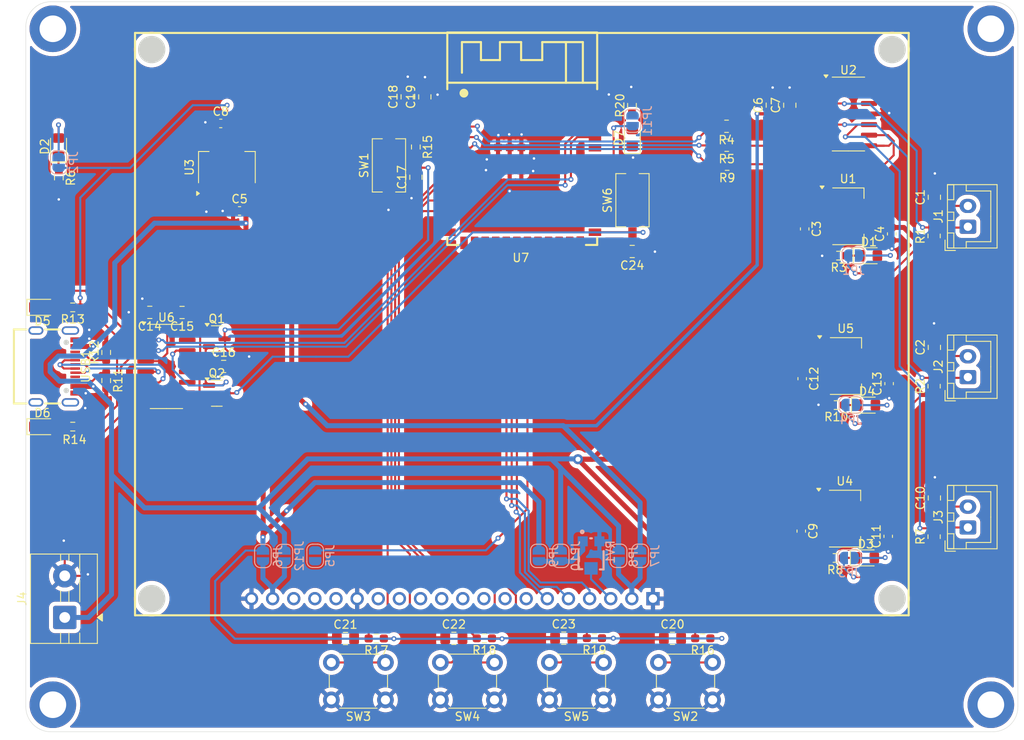
<source format=kicad_pcb>
(kicad_pcb (version 20241229) (generator "pcbnew") (generator_version "9.0")
  (layers (0 "F.Cu" signal) (2 "B.Cu" signal) (13 "F.Paste" user) (15 "B.Paste" user) (5 "F.SilkS" user "F.Silkscreen") (7 "B.SilkS" user "B.Silkscreen") (1 "F.Mask" user) (3 "B.Mask" user) (25 "Edge.Cuts" user))
  (net 0 "")
  (net 1 "Net-(J1-Pin_2)")
  (net 2 "GND")
  (net 3 "Net-(J2-Pin_2)")
  (net 4 "+5V")
  (net 5 "+3V3A")
  (net 6 "+3.3V")
  (net 7 "Net-(J3-Pin_2)")
  (net 8 "+3V3B")
  (net 9 "+3V3C")
  (net 10 "Net-(U6-V3)")
  (net 11 "ESP_EN")
  (net 12 "PHASE3")
  (net 13 "CAL")
  (net 14 "PHASE1")
  (net 15 "PHASE2")
  (net 16 "ESP_I0")
  (net 17 "Net-(D1-A)")
  (net 18 "Net-(D1-K)")
  (net 19 "Net-(D2-A)")
  (net 20 "Net-(D2-K)")
  (net 21 "Net-(D3-K)")
  (net 22 "Net-(D3-A)")
  (net 23 "Net-(D4-A)")
  (net 24 "Net-(D4-K)")
  (net 25 "Net-(D5-A)")
  (net 26 "ESP_RX")
  (net 27 "Net-(D6-A)")
  (net 28 "ESP_TX")
  (net 29 "Net-(D7-K)")
  (net 30 "Net-(D7-A)")
  (net 31 "Net-(J1-Pin_1)")
  (net 32 "Net-(J2-Pin_1)")
  (net 33 "Net-(J3-Pin_1)")
  (net 38 "Net-(J5-Pin_2)")
  (net 39 "V0")
  (net 40 "SPI_CS")
  (net 42 "Net-(J5-Pin_19)")
  (net 45 "Net-(J5-Pin_17)")
  (net 46 "SPI_MOSI")
  (net 50 "SPI_CLK")
  (net 51 "RST_LCD")
  (net 52 "Net-(JP10-A)")
  (net 53 "Net-(JP11-A)")
  (net 54 "Net-(Q1-S)")
  (net 55 "Net-(Q1-G)")
  (net 56 "Net-(U2A--)")
  (net 57 "ADC1")
  (net 58 "ADC2")
  (net 59 "Net-(U2B--)")
  (net 60 "ADC3")
  (net 61 "Net-(U2C--)")
  (net 62 "Net-(USB1-CC2)")
  (net 63 "Net-(USB1-CC1)")
  (net 68 "Net-(U6-UD+)")
  (net 69 "Net-(U6-UD-)")
  (footprint "Button_Switch_THT:SW_PUSH_6mm_H9.5mm" (layer "F.Cu") (at 179.796667 119.92 180)
    (property "Reference" "SW2")
    (property "Value" "SW_Push")
  )
  (footprint "Resistor_SMD:R_0603_1608Metric_Pad0.98x0.95mm_HandSolder" (layer "F.Cu") (at 102.89 87.07 180)
    (property "Reference" "R14")
    (property "Value" "1k")
  )
  (footprint "Package_TO_SOT_SMD:SOT-223-3_TabPin2" (layer "F.Cu") (at 195.8 79.7875)
    (property "Reference" "U5")
    (property "Value" "AMS1117-3.3")
  )
  (footprint "Button_Switch_THT:SW_PUSH_6mm_H9.5mm" (layer "F.Cu") (at 166.69 119.92 180)
    (property "Reference" "SW5")
    (property "Value" "SW_Push")
  )
  (footprint "Capacitor_SMD:C_0805_2012Metric_Pad1.18x1.45mm_HandSolder" (layer "F.Cu") (at 143.09 47.4325 90)
    (property "Reference" "C18")
    (property "Value" "10uF")
  )
  (footprint "MountingHole:MountingHole_3.2mm_M3_DIN965_Pad_TopBottom" (layer "F.Cu") (at 213.25 120.5)
    (property "Reference" "REF**" (hide yes))
    (property "Value" "MountingHole_3.2mm_M3_DIN965_Pad_TopBottom" (hide yes))
  )
  (footprint "Capacitor_SMD:C_0603_1608Metric" (layer "F.Cu") (at 201.02 81.905 90)
    (property "Reference" "C13")
    (property "Value" "22uF")
  )
  (footprint "Capacitor_SMD:C_0805_2012Metric_Pad1.18x1.45mm_HandSolder" (layer "F.Cu") (at 206.46 77.5475 90)
    (property "Reference" "C2")
    (property "Value" "10uF")
  )
  (footprint "Button_Switch_THT:SW_PUSH_6mm_H9.5mm" (layer "F.Cu") (at 140.476667 119.92 180)
    (property "Reference" "SW3")
    (property "Value" "SW_Push")
  )
  (footprint "Capacitor_SMD:C_0805_2012Metric_Pad1.18x1.45mm_HandSolder" (layer "F.Cu") (at 144.14 57.0975 90)
    (property "Reference" "C17")
    (property "Value" "0.1uF")
  )
  (footprint "Capacitor_SMD:C_0805_2012Metric_Pad1.18x1.45mm_HandSolder" (layer "F.Cu") (at 145.21 47.4325 90)
    (property "Reference" "C19")
    (property "Value" "0.1uF")
  )
  (footprint "footprint_motor:USB-C-SMD_TYPE-C16PIN" (layer "F.Cu") (at 100.82 79.84 -90)
    (property "Reference" "USB1")
    (property "Value" "USB_TYPE_C")
    (fp_poly (pts (xy -2.56778 -1.330421) (xy -2.589739 -1.412372) (xy -2.63216 -1.485847) (xy -2.692153 -1.54584) (xy -2.765628 -1.588261) (xy -2.847579 -1.61022) (xy -2.932421 -1.61022) (xy -3.014372 -1.588261) (xy -3.087847 -1.54584) (xy -3.14784 -1.485847) (xy -3.190261 -1.412372) (xy -3.21222 -1.330421) (xy -3.21222 -1.245579) (xy -3.190261 -1.163628) (xy -3.14784 -1.090153) (xy -3.087847 -1.03016) (xy -3.014372 -0.987739) (xy -2.932421 -0.96578) (xy -2.847579 -0.96578) (xy -2.765628 -0.987739) (xy -2.692153 -1.03016) (xy -2.63216 -1.090153) (xy -2.589739 -1.163628) (xy -2.56778 -1.245579)) (fill yes) (layer "Edge.Cuts"))
    (fp_poly (pts (xy 3.21222 -1.330421) (xy 3.190261 -1.412372) (xy 3.14784 -1.485847) (xy 3.087847 -1.54584) (xy 3.014372 -1.588261) (xy 2.932421 -1.61022) (xy 2.847579 -1.61022) (xy 2.765628 -1.588261) (xy 2.692153 -1.54584) (xy 2.63216 -1.485847) (xy 2.589739 -1.412372) (xy 2.56778 -1.330421) (xy 2.56778 -1.245579) (xy 2.589739 -1.163628) (xy 2.63216 -1.090153) (xy 2.692153 -1.03016) (xy 2.765628 -0.987739) (xy 2.847579 -0.96578) (xy 2.932421 -0.96578) (xy 3.014372 -0.987739) (xy 3.087847 -1.03016) (xy 3.14784 -1.090153) (xy 3.190261 -1.163628) (xy 3.21222 -1.245579)) (fill yes) (layer "Edge.Cuts"))
  )
  (footprint "Resistor_SMD:R_0603_1608Metric_Pad0.98x0.95mm_HandSolder" (layer "F.Cu") (at 102.8875 72.74 180)
    (property "Reference" "R13")
    (property "Value" "1k")
  )
  (footprint "TerminalBlock:TerminalBlock_MaiXu_MX126-5.0-02P_1x02_P5.00mm" (layer "F.Cu") (at 101.9275 110.01 90)
    (property "Reference" "J4")
    (property "Value" "Conn_01x02_Pin")
  )
  (footprint "Capacitor_SMD:C_0805_2012Metric_Pad1.18x1.45mm_HandSolder" (layer "F.Cu") (at 121.03 79.84)
    (property "Reference" "C16")
    (property "Value" "0.1uF")
  )
  (footprint "Resistor_SMD:R_0805_2012Metric_Pad1.20x1.40mm_HandSolder" (layer "F.Cu") (at 206.43 82.21 90)
    (property "Reference" "R2")
    (property "Value" "1k")
  )
  (footprint "Resistor_SMD:R_0805_2012Metric_Pad1.20x1.40mm_HandSolder" (layer "F.Cu") (at 206.43 64.15 90)
    (property "Reference" "R1")
    (property "Value" "1k")
  )
  (footprint "footprint_motor:LCD-TH_HS12864-15C" (layer "F.Cu") (at 148.505 107.75)
    (property "Reference" "J5" (hide yes))
    (property "Value" "ST7920 128X64 LCD Display" (hide yes))
    (fp_poly (pts (xy -34.485086 -66.129458) (xy -34.52559 -66.385185) (xy -34.605599 -66.631428) (xy -34.723144 -66.862123) (xy -34.87533 -67.071589) (xy -35.058411 -67.25467) (xy -35.267877 -67.406856) (xy -35.498572 -67.524401) (xy -35.744815 -67.60441) (xy -36.000542 -67.644914) (xy -36.259458 -67.644914) (xy -36.515185 -67.60441) (xy -36.761428 -67.524401) (xy -36.992123 -67.406856) (xy -37.201589 -67.25467) (xy -37.38467 -67.071589) (xy -37.536856 -66.862123) (xy -37.654401 -66.631428) (xy -37.73441 -66.385185) (xy -37.774914 -66.129458) (xy -37.774914 -65.870542) (xy -37.73441 -65.614815) (xy -37.654401 -65.368572) (xy -37.536856 -65.137877) (xy -37.38467 -64.928411) (xy -37.201589 -64.74533) (xy -36.992123 -64.593144) (xy -36.761428 -64.475599) (xy -36.515185 -64.39559) (xy -36.259458 -64.355086) (xy -36.000542 -64.355086) (xy -35.744815 -64.39559) (xy -35.498572 -64.475599) (xy -35.267877 -64.593144) (xy -35.058411 -64.74533) (xy -34.87533 -64.928411) (xy -34.723144 -65.137877) (xy -34.605599 -65.368572) (xy -34.52559 -65.614815) (xy -34.485086 -65.870542)) (fill yes) (layer "Edge.Cuts"))
    (fp_poly (pts (xy -34.485086 -0.129458) (xy -34.52559 -0.385185) (xy -34.605599 -0.631428) (xy -34.723144 -0.862123) (xy -34.87533 -1.071589) (xy -35.058411 -1.25467) (xy -35.267877 -1.406856) (xy -35.498572 -1.524401) (xy -35.744815 -1.60441) (xy -36.000542 -1.644914) (xy -36.259458 -1.644914) (xy -36.515185 -1.60441) (xy -36.761428 -1.524401) (xy -36.992123 -1.406856) (xy -37.201589 -1.25467) (xy -37.38467 -1.071589) (xy -37.536856 -0.862123) (xy -37.654401 -0.631428) (xy -37.73441 -0.385185) (xy -37.774914 -0.129458) (xy -37.774914 0.129458) (xy -37.73441 0.385185) (xy -37.654401 0.631428) (xy -37.536856 0.862123) (xy -37.38467 1.071589) (xy -37.201589 1.25467) (xy -36.992123 1.406856) (xy -36.761428 1.524401) (xy -36.515185 1.60441) (xy -36.259458 1.644914) (xy -36.000542 1.644914) (xy -35.744815 1.60441) (xy -35.498572 1.524401) (xy -35.267877 1.406856) (xy -35.058411 1.25467) (xy -34.87533 1.071589) (xy -34.723144 0.862123) (xy -34.605599 0.631428) (xy -34.52559 0.385185) (xy -34.485086 0.129458)) (fill yes) (layer "Edge.Cuts"))
    (fp_poly (pts (xy 54.514914 -66.129458) (xy 54.47441 -66.385185) (xy 54.394401 -66.631428) (xy 54.276856 -66.862123) (xy 54.12467 -67.071589) (xy 53.941589 -67.25467) (xy 53.732123 -67.406856) (xy 53.501428 -67.524401) (xy 53.255185 -67.60441) (xy 52.999458 -67.644914) (xy 52.740542 -67.644914) (xy 52.484815 -67.60441) (xy 52.238572 -67.524401) (xy 52.007877 -67.406856) (xy 51.798411 -67.25467) (xy 51.61533 -67.071589) (xy 51.463144 -66.862123) (xy 51.345599 -66.631428) (xy 51.26559 -66.385185) (xy 51.225086 -66.129458) (xy 51.225086 -65.870542) (xy 51.26559 -65.614815) (xy 51.345599 -65.368572) (xy 51.463144 -65.137877) (xy 51.61533 -64.928411) (xy 51.798411 -64.74533) (xy 52.007877 -64.593144) (xy 52.238572 -64.475599) (xy 52.484815 -64.39559) (xy 52.740542 -64.355086) (xy 52.999458 -64.355086) (xy 53.255185 -64.39559) (xy 53.501428 -64.475599) (xy 53.732123 -64.593144) (xy 53.941589 -64.74533) (xy 54.12467 -64.928411) (xy 54.276856 -65.137877) (xy 54.394401 -65.368572) (xy 54.47441 -65.614815) (xy 54.514914 -65.870542)) (fill yes) (layer "Edge.Cuts"))
    (fp_poly (pts (xy 54.514914 -0.129458) (xy 54.47441 -0.385185) (xy 54.394401 -0.631428) (xy 54.276856 -0.862123) (xy 54.12467 -1.071589) (xy 53.941589 -1.25467) (xy 53.732123 -1.406856) (xy 53.501428 -1.524401) (xy 53.255185 -1.60441) (xy 52.999458 -1.644914) (xy 52.740542 -1.644914) (xy 52.484815 -1.60441) (xy 52.238572 -1.524401) (xy 52.007877 -1.406856) (xy 51.798411 -1.25467) (xy 51.61533 -1.071589) (xy 51.463144 -0.862123) (xy 51.345599 -0.631428) (xy 51.26559 -0.385185) (xy 51.225086 -0.129458) (xy 51.225086 0.129458) (xy 51.26559 0.385185) (xy 51.345599 0.631428) (xy 51.463144 0.862123) (xy 51.61533 1.071589) (xy 51.798411 1.25467) (xy 52.007877 1.406856) (xy 52.238572 1.524401) (xy 52.484815 1.60441) (xy 52.740542 1.644914) (xy 52.999458 1.644914) (xy 53.255185 1.60441) (xy 53.501428 1.524401) (xy 53.732123 1.406856) (xy 53.941589 1.25467) (xy 54.12467 1.071589) (xy 54.276856 0.862123) (xy 54.394401 0.631428) (xy 54.47441 0.385185) (xy 54.514914 0.129458)) (fill yes) (layer "Edge.Cuts"))
  )
  (footprint "Resistor_SMD:R_0603_1608Metric_Pad0.98x0.95mm_HandSolder" (layer "F.Cu") (at 152.3675 112.52 180)
    (property "Reference" "R18")
    (property "Value" "1k")
  )
  (footprint "Resistor_SMD:R_0805_2012Metric_Pad1.20x1.40mm_HandSolder" (layer "F.Cu") (at 181.48 50.97 180)
    (property "Reference" "R4")
    (property "Value" "100")
  )
  (footprint "LED_SMD:LED_0805_2012Metric_Pad1.15x1.40mm_HandSolder" (layer "F.Cu") (at 99.2425 87.08)
    (property "Reference" "D6")
    (property "Value" "LED")
  )
  (footprint "Capacitor_SMD:C_0805_2012Metric_Pad1.18x1.45mm_HandSolder" (layer "F.Cu") (at 189.08 48.44 90)
    (property "Reference" "C7")
    (property "Value" "100nF")
  )
  (footprint "Resistor_SMD:R_0603_1608Metric_Pad0.98x0.95mm_HandSolder" (layer "F.Cu") (at 178.62 112.52 180)
    (property "Reference" "R16")
    (property "Value" "1k")
  )
  (footprint "Capacitor_SMD:C_0603_1608Metric" (layer "F.Cu") (at 190.46 99.63 -90)
    (property "Reference" "C9")
    (property "Value" "22uF")
  )
  (footprint "Package_TO_SOT_SMD:SOT-23" (layer "F.Cu") (at 120.205777 83.06)
    (property "Reference" "Q2")
    (property "Value" "BSS138")
  )
  (footprint "Capacitor_SMD:C_0805_2012Metric_Pad1.18x1.45mm_HandSolder" (layer "F.Cu") (at 206.46 59.5 90)
    (property "Reference" "C1")
    (property "Value" "10uF")
  )
  (footprint "Resistor_SMD:R_0603_1608Metric_Pad0.98x0.95mm_HandSolder" (layer "F.Cu") (at 101.22 57.1675 -90)
    (property "Reference" "R6")
    (property "Value" "1k")
  )
  (footprint "MountingHole:MountingHole_3.2mm_M3_DIN965_Pad_TopBottom" (layer "F.Cu") (at 100.5 39.25)
    (property "Reference" "REF**" (hide yes))
    (property "Value" "MountingHole_3.2mm_M3_DIN965_Pad_TopBottom" (hide yes))
  )
  (footprint "Connector_JST:JST_XH_B2B-XH-A_1x02_P2.50mm_Vertical" (layer "F.Cu") (at 210.49 99.195 90)
    (property "Reference" "J3")
    (property "Value" "Conn_01x02_Pin")
  )
  (footprint "Capacitor_SMD:C_0603_1608Metric" (layer "F.Cu") (at 201.33 63.905 90)
    (property "Reference" "C4")
    (property "Value" "22uF")
  )
  (footprint "Package_TO_SOT_SMD:SOT-223-3_TabPin2" (layer "F.Cu") (at 121.42 55.91 90)
    (property "Reference" "U3")
    (property "Value" "AMS1117-3.3")
  )
  (footprint "Resistor_SMD:R_0603_1608Metric_Pad0.98x0.95mm_HandSolder" (layer "F.Cu") (at 165.5975 112.5 180)
    (property "Reference" "R19")
    (property "Value" "1k")
  )
  (footprint "Package_SO:SOP-16_3.9x9.9mm_P1.27mm" (layer "F.Cu") (at 114.15 79.84)
    (property "Reference" "U6")
    (property "Value" "CH340C")
  )
  (footprint "Resistor_SMD:R_0805_2012Metric_Pad1.20x1.40mm_HandSolder" (layer "F.Cu") (at 206.43 100.3 90)
    (property "Reference" "R7")
    (property "Value" "1k")
  )
  (footprint "LED_SMD:LED_0805_2012Metric_Pad1.15x1.40mm_HandSolder" (layer "F.Cu") (at 198.35 84.49)
    (property "Reference" "D4")
    (property "Value" "LED")
  )
  (footprint "Resistor_SMD:R_0603_1608Metric_Pad0.98x0.95mm_HandSolder" (layer "F.Cu") (at 194.54 102.86 180)
    (property "Reference" "R8")
    (property "Value" "1k")
  )
  (footprint "Package_TO_SOT_SMD:SOT-223-3_TabPin2" (layer "F.Cu") (at 196.09 61.79)
    (property "Reference" "U1")
    (property "Value" "AMS1117-3.3")
  )
  (footprint "Package_TO_SOT_SMD:SOT-23" (layer "F.Cu") (at 120.205777 76.51)
    (property "Reference" "Q1")
    (property "Value" "BSS138")
  )
  (footprint "Capacitor_SMD:C_0805_2012Metric_Pad1.18x1.45mm_HandSolder" (layer "F.Cu") (at 186.98 48.43 90)
    (property "Reference" "C6")
    (property "Value" "10uF")
  )
  (footprint "Resistor_SMD:R_0603_1608Metric_Pad0.98x0.95mm_HandSolder" (layer "F.Cu") (at 194.6725 84.48 180)
    (property "Reference" "R10")
    (property "Value" "1k")
  )
  (footprint "Resistor_SMD:R_0603_1608Metric_Pad0.98x0.95mm_HandSolder" (layer "F.Cu") (at 106.91 78.1575 90)
    (property "Reference" "R12")
    (property "Value" "5.1k")
  )
  (footprint "Button_Switch_SMD:SW_Tactile_SPST_NO_Straight_CK_PTS636Sx25SMTRLFS" (layer "F.Cu") (at 170.17 59.86 90)
    (property "Reference" "SW6")
    (property "Value" "SW_Push")
  )
  (footprint "MountingHole:MountingHole_3.2mm_M3_DIN965_Pad_TopBottom" (layer "F.Cu") (at 213.25 39.25)
    (property "Reference" "REF**" (hide yes))
    (property "Value" "MountingHole_3.2mm_M3_DIN965_Pad_TopBottom" (hide yes))
  )
  (footprint "Capacitor_SMD:C_0805_2012Metric_Pad1.18x1.45mm_HandSolder" (layer "F.Cu") (at 135.6725 112.54)
    (property "Reference" "C21")
    (property "Value" "0.1uF")
  )
  (footprint "Resistor_SMD:R_0805_2012Metric_Pad1.20x1.40mm_HandSolder" (layer "F.Cu") (at 181.5 53.25 180)
    (property "Reference" "R5")
    (property "Value" "100")
  )
  (footprint "Capacitor_SMD:C_0805_2012Metric_Pad1.18x1.45mm_HandSolder" (layer "F.Cu") (at 161.9075 112.5)
    (property "Reference" "C23")
    (property "Value" "0.1uF")
  )
  (footprint "Resistor_SMD:R_0603_1608Metric_Pad0.98x0.95mm_HandSolder" (layer "F.Cu") (at 144.13 53.46 -90)
    (property "Reference" "R15")
    (property "Value" "1k")
  )
  (footprint "Capacitor_SMD:C_0603_1608Metric" (layer "F.Cu") (at 200.91 100.255 90)
    (property "Reference" "C11")
    (property "Value" "22uF")
  )
  (footprint "MountingHole:MountingHole_3.2mm_M3_DIN965_Pad_TopBottom" (layer "F.Cu") (at 100.5 120.5)
    (property "Reference" "REF**" (hide yes))
    (property "Value" "MountingHole_3.2mm_M3_DIN965_Pad_TopBottom" (hide yes))
  )
  (footprint "Resistor_SMD:R_0603_1608Metric_Pad0.98x0.95mm_HandSolder" (layer "F.Cu") (at 194.9625 66.52 180)
    (property "Reference" "R3")
    (property "Value" "1k")
  )
  (footprint "Capacitor_SMD:C_0805_2012Metric_Pad1.18x1.45mm_HandSolder" (layer "F.Cu") (at 116.03 73.35 180)
    (property "Reference" "C15")
    (property "Value" "10uF")
  )
  (footprint "Resistor_SMD:R_0603_1608Metric_Pad0.98x0.95mm_HandSolder" (layer "F.Cu") (at 106.91 81.5375 -90)
    (property "Reference" "R11")
    (property "Value" "5.1k")
  )
  (footprint "Resistor_SMD:R_0603_1608Metric_Pad0.98x0.95mm_HandSolder" (layer "F.Cu") (at 170.11 48.47 90)
    (property "Reference" "R20")
    (property "Value" "1k")
  )
  (footprint "footprint_motor:WIRELM-SMD_ESP32-S3-WROOM-1" (layer "F.Cu") (at 156.91 56.09)
    (property "Reference" "U7")
    (property "Value" "ESP32_S3")
  )
  (footprint "Resistor_SMD:R_0805_2012Metric_Pad1.20x1.40mm_HandSolder" (layer "F.Cu") (at 181.55 55.53 180)
    (property "Reference" "R9")
    (property "Value" "100")
  )
  (footprint "LED_SMD:LED_0805_2012Metric_Pad1.15x1.40mm_HandSolder" (layer "F.Cu") (at 198.2175 102.85)
    (property "Reference" "D3")
    (property "Value" "LED")
  )
  (footprint "Capacitor_SMD:C_0805_2012Metric_Pad1.18x1.45mm_HandSolder" (layer "F.Cu") (at 170.14 66.02 180)
    (property "Reference" "C24")
    (property "Value" "0.1uF")
  )
  (footprint "Capacitor_SMD:C_0603_1608Metric" (layer "F.Cu") (at 190.57 81.31 -90)
    (property "Reference" "C12")
    (property "Value" "22uF")
  )
  (footprint "Capacitor_SMD:C_0805_2012Metric_Pad1.18x1.45mm_HandSolder" (layer "F.Cu") (at 174.98 112.52)
    (property "Reference" "C20")
    (property "Value" "0.1uF")
  )
  (footprint "LED_SMD:LED_0805_2012Metric_Pad1.15x1.40mm_HandSolder" (layer "F.Cu") (at 101.18 53.41 90)
    (property "Reference" "D2")
    (property "Value" "LED")
  )
  (footprint "Resistor_SMD:R_0603_1608Metric_Pad0.98x0.95mm_HandSolder" (layer "F.Cu") (at 139.3725 112.54 180)
    (property "Reference" "R17")
    (property "Value" "1k")
  )
  (footprint "Capacitor_SMD:C_0603_1608Metric" (layer "F.Cu") (at 120.68 50.63)
    (property "Reference" "C8")
    (property "Value" "22uF")
  )
  (footprint "Package_TO_SOT_SMD:SOT-223-3_TabPin2" (layer "F.Cu") (at 195.69 98.13)
    (property "Reference" "U4")
    (property "Value" "AMS1117-3.3")
  )
  (footprint "Capacitor_SMD:C_0603_1608Metric" (layer "F.Cu") (at 190.87 63.31 -90)
    (property "Reference" "C3")
    (property "Value" "22uF")
  )
  (footprint "Capacitor_SMD:C_0805_2012Metric_Pad1.18x1.45mm_HandSolder" (layer "F.Cu") (at 206.46 95.6475 90)
    (property "Reference" "C10")
    (property "Value" "10uF")
  )
  (footprint "LED_SMD:LED_0805_2012Metric_Pad1.15x1.40mm_HandSolder" (layer "F.Cu") (at 170.15 52.38 90)
    (property "Reference" "D7")
    (property "Value" "LED")
  )
  (footprint "Capacitor_SMD:C_0805_2012Metric_Pad1.18x1.45mm_HandSolder" (layer "F.Cu") (at 112.15 73.34 180)
    (property "Reference" "C14")
    (property "Value" "0.1uF")
  )
  (footprint "LED_SMD:LED_0805_2012Metric_Pad1.15x1.40mm_HandSolder" (layer "F.Cu") (at 198.585 66.53)
    (property "Reference" "D1")
    (property "Value" "LED")
  )
  (footprint "Capacitor_SMD:C_0805_2012Metric_Pad1.18x1.45mm_HandSolder" (layer "F.Cu") (at 148.7 112.52)
    (property "Reference" "C22")
    (property "Value" "0.1uF")
  )
  (footprint "LED_SMD:LED_0805_2012Metric_Pad1.15x1.40mm_HandSolder" (layer "F.Cu") (at 99.2425 72.73)
    (property "Reference" "D5")
    (property "Value" "LED")
  )
  (footprint "Button_Switch_THT:SW_PUSH_6mm_H9.5mm" (layer "F.Cu") (at 153.583334 119.92 180)
    (property "Reference" "SW4")
    (property "Value" "SW_Push")
  )
  (footprint "Package_SO:SOIC-14_3.9x8.7mm_P1.27mm" (layer "F.Cu") (at 196.13 49.4975)
    (property "Reference" "U2")
    (property "Value" "MCP6004")
  )
  (footprint "Capacitor_SMD:C_0603_1608Metric" (layer "F.Cu") (at 122.94 61.14)
    (property "Reference" "C5")
    (property "Value" "22uF")
  )
  (footprint "Connector_JST:JST_XH_B2B-XH-A_1x02_P2.50mm_Vertical" (layer "F.Cu") (at 210.49 63.045 90)
    (property "Reference" "J1")
    (property "Value" "Conn_01x02_Pin")
  )
  (footprint "Connector_JST:JST_XH_B2B-XH-A_1x02_P2.50mm_Vertical" (layer "F.Cu") (at 210.49 81.12 90)
    (property "Reference" "J2")
    (property "Value" "Conn_01x02_Pin")
  )
  (footprint "Button_Switch_SMD:SW_Tactile_SPST_NO_Straight_CK_PTS636Sx25SMTRLFS" (layer "F.Cu") (at 140.9 55.67 90)
    (property "Reference" "SW1")
    (property "Value" "SW_Push")
  )
  (footprint "Jumper:SolderJumper-2_P1.3mm_Open_RoundedPad1.0x1.5mm" (layer "B.Cu") (at 125.75 102.62 90)
    (property "Reference" "JP6")
    (property "Value" "SolderJumper_2_Open")
  )
  (footprint "Jumper:SolderJumper-2_P1.3mm_Open_RoundedPad1.0x1.5mm" (layer "B.Cu") (at 101.2 55.32 90)
    (property "Reference" "JP2")
    (property "Value" "SolderJumper_2_Open")
  )
  (footprint "Jumper:SolderJumper-2_P1.3mm_Open_RoundedPad1.0x1.5mm" (layer "B.Cu") (at 128.33 102.62 90)
    (property "Reference" "JP12")
    (property "Value" "SolderJumper_2_Open")
  )
  (footprint "Jumper:SolderJumper-2_P1.3mm_Open_RoundedPad1.0x1.5mm" (layer "B.Cu") (at 132.03 102.6 90)
    (property "Reference" "JP5")
    (property "Value" "SolderJumper_2_Open")
  )
  (footprint "Jumper:SolderJumper-2_P1.3mm_Open_RoundedPad1.0x1.5mm" (layer "B.Cu") (at 171.09 102.6 90)
    (property "Reference" "JP7")
    (property "Value" "SolderJumper_2_Open")
  )
  (footprint "Jumper:SolderJumper-2_P1.3mm_Open_RoundedPad1.0x1.5mm" (layer "B.Cu") (at 158.92 102.61 90)
    (property "Reference" "JP9")
    (property "Value" "SolderJumper_2_Open")
  )
  (footprint "Jumper:SolderJumper-2_P1.3mm_Open_RoundedPad1.0x1.5mm" (layer "B.Cu") (at 196.75 66.51)
    (property "Reference" "JP1")
    (property "Value" "SolderJumper_2_Open")
  )
  (footprint "Jumper:SolderJumper-2_P1.3mm_Open_RoundedPad1.0x1.5mm" (layer "B.Cu") (at 161.54 102.61 90)
    (property "Reference" "JP10")
    (property "Value" "SolderJumper_2_Open")
  )
  (footprint "Jumper:SolderJumper-2_P1.3mm_Open_RoundedPad1.0x1.5mm" (layer "B.Cu") (at 168.5 102.6 90)
    (property "Reference" "JP8")
    (property "Value" "SolderJumper_2_Open")
  )
  (footprint "footprint_motor:RES-ADJ-SMD_3P-L3.0-W3.8-P1.75-BR" (layer "B.Cu") (at 165.19 102.485 90)
    (property "Reference" "RV1")
    (property "Value" "R_Potentiometer")
  )
  (footprint "Jumper:SolderJumper-2_P1.3mm_Open_RoundedPad1.0x1.5mm" (layer "B.Cu") (at 170.18 50.3 90)
    (property "Reference" "JP11")
    (property "Value" "SolderJumper_2_Open")
  )
  (footprint "Jumper:SolderJumper-2_P1.3mm_Open_RoundedPad1.0x1.5mm" (layer "B.Cu") (at 196.41 84.46)
    (property "Reference" "JP4")
    (property "Value" "SolderJumper_2_Open")
  )
  (footprint "Jumper:SolderJumper-2_P1.3mm_Open_RoundedPad1.0x1.5mm" (layer "B.Cu") (at 196.23 102.86)
    (property "Reference" "JP3")
    (property "Value" "SolderJumper_2_Open")
  )
  (gr_arc (start 213.5 36) (mid 215.62132 36.87868) (end 216.5 39) (stroke (width 0.05)) (layer "Edge.Cuts"))
  (gr_line (start 97.25 120.75) (end 97.25 39) (stroke (width 0.05)) (layer "Edge.Cuts"))
  (gr_arc (start 100.25 123.75) (mid 98.12868 122.87132) (end 97.25 120.75) (stroke (width 0.05)) (layer "Edge.Cuts"))
  (gr_arc (start 97.25 39) (mid 98.12868 36.87868) (end 100.25 36) (stroke (width 0.05)) (layer "Edge.Cuts"))
  (gr_line (start 100.25 36) (end 213.5 36) (stroke (width 0.05)) (layer "Edge.Cuts"))
  (gr_line (start 216.5 39) (end 216.5 120.75) (stroke (width 0.05)) (layer "Edge.Cuts"))
  (gr_line (start 213.5 123.75) (end 100.25 123.75) (stroke (width 0.05)) (layer "Edge.Cuts"))
  (gr_arc (start 216.5 120.75) (mid 215.62132 122.87132) (end 213.5 123.75) (stroke (width 0.05)) (layer "Edge.Cuts"))
  (segment (start 210.4825 60.5375) (end 210.49 60.545) (width 0.25) (layer "F.Cu") (net 1))
  (segment (start 206.46 60.5375) (end 210.4825 60.5375) (width 0.25) (layer "F.Cu") (net 1))
  (segment (start 119.905 50.63) (end 118.97 50.63) (width 0.25) (layer "F.Cu") (net 2))
  (segment (start 206.46 94.61) (end 206.46 93.22) (width 0.25) (layer "F.Cu") (net 2))
  (segment (start 145.21 45.08) (end 145.23 45.06) (width 0.25) (layer "F.Cu") (net 2))
  (segment (start 206.46 74.7) (end 206.42 74.66) (width 0.25) (layer "F.Cu") (net 2))
  (segment (start 104.53 105.01) (end 104.71 104.83) (width 0.25) (layer "F.Cu") (net 2))
  (segment (start 201.33 65.65) (end 201.35 65.67) (width 0.25) (layer "F.Cu") (net 2))
  (segment (start 111.1125 71.8275) (end 111.25 71.69) (width 0.25) (layer "F.Cu") (net 2))
  (segment (start 104.43 83.04) (end 104.45 83.06) (width 0.25) (layer "F.Cu") (net 2))
  (segment (start 193.76 84.48) (end 192.56 84.48) (width 0.25) (layer "F.Cu") (net 2))
  (segment (start 186.98 47.3925) (end 186.98 46.3525) (width 0.25) (layer "F.Cu") (net 2))
  (segment (start 101.9275 105.01) (end 104.53 105.01) (width 0.25) (layer "F.Cu") (net 2))
  (segment (start 144.14 58.135) (end 144.14 59.08) (width 0.25) (layer "F.Cu") (net 2))
  (segment (start 200.9125 49.4975) (end 201.03 49.38) (width 0.25) (layer "F.Cu") (net 2))
  (segment (start 119.9925 79.84) (end 119.9925 78.4725) (width 0.25) (layer "F.Cu") (net 2))
  (segment (start 206.46 58.4625) (end 206.46 56.7) (width 0.25) (layer "F.Cu") (net 2))
  (segment (start 144.14 59.08) (end 143.61 59.61) (width 0.25) (layer "F.Cu") (net 2))
  (segment (start 155.41 58.75) (end 155.4 58.76) (width 0.25) (layer "F.Cu") (net 2))
  (segment (start 140.9 59.545) (end 140.9 60.96) (width 0.25) (layer "F.Cu") (net 2))
  (segment (start 194.05 66.52) (end 192.99 66.52) (width 0.25) (layer "F.Cu") (net 2))
  (segment (start 118.97 50.63) (end 118.83 50.49) (width 0.25) (layer "F.Cu") (net 2))
  (segment (start 119.9925 80.7325) (end 120.34 81.08) (width 0.25) (layer "F.Cu") (net 2))
  (segment (start 154.01 54.915) (end 152.695 54.915) (width 0.25) (layer "F.Cu") (net 2))
  (segment (start 111.1125 73.34) (end 111.1125 71.8275) (width 0.25) (layer "F.Cu") (net 2))
  (segment (start 152.695 54.915) (end 152.66 54.95) (width 0.25) (layer "F.Cu") (net 2))
  (segment (start 170.11 47.5575) (end 170.11 46.33) (width 0.25) (layer "F.Cu") (net 2))
  (segment (start 101.22 59.75) (end 101.21 59.76) (width 0.25) (layer "F.Cu") (net 2))
  (segment (start 200.91 101.03) (end 200.91 102.06) (width 0.25) (layer "F.Cu") (net 2))
  (segment (start 186.98 46.3525) (end 187.02 46.3125) (width 0.25) (layer "F.Cu") (net 2))
  (segment (start 206.46 76.51) (end 206.46 74.7) (width 0.25) (layer "F.Cu") (net 2))
  (segment (start 155.41 52) (end 155.35 51.94) (width 0.25) (layer "F.Cu") (net 2))
  (segment (start 200.91 102.06) (end 200.92 102.07) (width 0.25) (layer "F.Cu") (net 2))
  (segment (start 103.1825 76.64) (end 104.73 76.64) (width 0.25) (layer "F.Cu") (net 2))
  (segment (start 119.12 61.07) (end 118.95 61.24) (width 0.25) (layer "F.Cu") (net 2))
  (segment (start 154.01 56.315) (end 152.635 56.315) (width 0.25) (layer "F.Cu") (net 2))
  (segment (start 155.41 53.515) (end 155.41 52) (width 0.25) (layer "F.Cu") (net 2))
  (segment (start 101.22 58.08) (end 101.22 59.75) (width 0.25) (layer "F.Cu") (net 2))
  (segment (start 171.1775 66.02) (end 172.85 66.02) (width 0.25) (layer "F.Cu") (net 2))
  (segment (start 170.17 54.8) (end 170.24 54.73) (width 0.25) (layer "F.Cu") (net 2))
  (segment (start 119.9925 79.84) (end 119.9925 80.7325) (width 0.25) (layer "F.Cu") (net 2))
  (segment (start 111.1125 73.34) (end 109.64 73.34) (width 0.25) (layer "F.Cu") (net 2))
  (segment (start 156.81 53.515) (end 156.81 51.98) (width 0.25) (layer "F.Cu") (net 2))
  (segment (start 101.9275 105.01) (end 101.9275 100.8975) (width 0.25) (layer "F.Cu") (net 2))
  (segment (start 155.41 56.315) (end 155.41 58.75) (width 0.25) (layer "F.Cu") (net 2))
  (segment (start 103.1825 76.64) (end 103.67 76.64) (width 0.25) (layer "F.Cu") (net 2))
  (segment (start 192.99 66.52) (end 192.97 66.54) (width 0.25) (layer "F.Cu") (net 2))
  (segment (start 158.255 54.915) (end 158.33 54.84) (width 0.25) (layer "F.Cu") (net 2))
  (segment (start 143.09 46.395) (end 143.09 45.08) (width 0.25) (layer "F.Cu") (net 2))
  (segment (start 170.17 55.985) (end 170.17 54.8) (width 0.25) (layer "F.Cu") (net 2))
  (segment (start 104.39 83.9725) (end 104.39 84.84) (width 0.25) (layer "F.Cu") (net 2))
  (segment (start 198.605 49.4975) (end 200.9125 49.4975) (width 0.25) (layer "F.Cu") (net 2))
  (segment (start 152.635 56.315) (end 152.56 56.24) (width 0.25) (layer "F.Cu") (net 2))
  (segment (start 158.195 56.315) (end 158.23 56.35) (width 0.25) (layer "F.Cu") (net 2))
  (segment (start 201.02 82.68) (end 201.02 83.64) (width 0.25) (layer "F.Cu") (net 2))
  (segment (start 120.92 61.14) (end 120.91 61.15) (width 0.25) (layer "F.Cu") (net 2))
  (segment (start 146.765 47.195) (end 146.74 47.17) (width 0.25) (layer "F.Cu") (net 2))
  (segment (start 119.12 59.06) (end 119.12 61.07) (width 0.25) (layer "F.Cu") (net 2))
  (segment (start 201.33 64.68) (end 201.33 65.65) (width 0.25) (layer "F.Cu") (net 2))
  (segment (start 206.46 56.7) (end 206.52 56.64) (width 0.25) (layer "F.Cu") (net 2))
  (segment (start 170.11 46.33) (end 170.02 46.24) (width 0.25) (layer "F.Cu") (net 2))
  (segment (start 122.165 61.14) (end 120.92 61.14) (width 0.25) (layer "F.Cu") (net 2))
  (segment (start 101.9275 100.8975) (end 101.81 100.78) (width 0.25) (layer "F.Cu") (net 2))
  (segment (start 167.285 47.195) (end 167.33 47.15) (width 0.25) (layer "F.Cu") (net 2))
  (segment (start 189.08 46.3325) (end 189.06 46.3125) (width 0.25) (layer "F.Cu") (net 2))
  (segment (start 165.66 47.195) (end 167.285 47.195) (width 0.25) (layer "F.Cu") (net 2))
  (segment (start 104.73 76.64) (end 104.87 76.5) (width 0.25) (layer "F.Cu") (net 2))
  (segment (start 201.02 83.64) (end 201.03 83.65) (width 0.25) (layer "F.Cu") (net 2))
  (segment (start 145.21 46.395) (end 145.21 45.08) (width 0.25) (layer "F.Cu") (net 2))
  (segment (start 154.01 52.07) (end 154.05 52.03) (width 0.25) (layer "F.Cu") (net 2))
  (segment (start 156.81 54.915) (end 158.255 54.915) (width 0.25) (layer "F.Cu") (net 2))
  (segment (start 140.9 60.96) (end 140.84 61.02) (width 0.25) (layer "F.Cu") (net 2))
  (segment (start 172.85 66.02) (end 172.87 66.04) (width 0.25) (layer "F.Cu") (net 2))
  (segment (start 119.9925 78.4725) (end 119.97 78.45) (width 0.25) (layer "F.Cu") (net 2))
  (segment (start 103.1825 83.04) (end 103.4575 83.04) (width 0.25) (layer "F.Cu") (net 2))
  (segment (start 206.46 93.22) (end 206.52 93.16) (width 0.25) (layer "F.Cu") (net 2))
  (segment (start 109.64 73.34) (end 109.62 73.32) (width 0.25) (layer "F.Cu") (net 2))
  (segment (start 103.67 76.64) (end 104.87 75.44) (width 0.25) (layer "F.Cu") (net 2))
  (segment (start 154.01 53.515) (end 154.01 52.07) (width 0.25) (layer "F.Cu") (net 2))
  (segment (start 192.56 84.48) (end 192.53 84.45) (width 0.25) (layer "F.Cu") (net 2))
  (segment (start 189.08 47.4025) (end 189.08 46.3325) (width 0.25) (layer "F.Cu") (net 2))
  (segment (start 103.4575 83.04) (end 104.39 83.9725) (width 0.25) (layer "F.Cu") (net 2))
  (segment (start 148.16 47.195) (end 146.765 47.195) (width 0.25) (layer "F.Cu") (net 2))
  (segment (start 103.1825 83.04) (end 104.43 83.04) (width 0.25) (layer "F.Cu") (net 2))
  (segment (start 156.81 56.315) (end 158.195 56.315) (width 0.25) (layer "F.Cu") (net 2))
  (segment (start 143.09 45.08) (end 143.16 45.01) (width 0.25) (layer "F.Cu") (net 2))
  (segment (start 156.81 51.98) (end 156.84 51.95) (width 0.25) (layer "F.Cu") (net 2))
  (via (at 124.09 78.65) (size 0.6) (drill 0.3) (layers "F.Cu" "B.Cu") (net 2))
  (via (at 120.91 61.15) (size 0.6) (drill 0.3) (layers "F.Cu" "B.Cu") (net 2))
  (via (at 143.61 59.61) (size 0.6) (drill 0.3) (layers "F.Cu" "B.Cu") (net 2))
  (via (at 104.87 75.44) (size 0.6) (drill 0.3) (layers "F.Cu" "B.Cu") (net 2))
  (via (at 146.74 47.17) (size 0.6) (drill 0.3) (layers "F.Cu" "B.Cu") (net 2))
  (via (at 170.24 54.73) (size 0.6) (drill 0.3) (layers "F.Cu" "B.Cu") (net 2))
  (via (at 158.33 54.84) (size 0.6) (drill 0.3) (layers "F.Cu" "B.Cu") (net 2))
  (via (at 156.84 51.95) (size 0.6) (drill 0.3) (layers "F.Cu" "B.Cu") (net 2))
  (via (at 143.16 45.01) (size 0.6) (drill 0.3) (layers "F.Cu" "B.Cu") (net 2))
  (via (at 187.02 46.3125) (size 0.6) (drill 0.3) (layers "F.Cu" "B.Cu") (net 2))
  (via (at 154.05 52.03) (size 0.6) (drill 0.3) (layers "F.Cu" "B.Cu") (net 2))
  (via (at 206.52 93.16) (size 0.6) (drill 0.3) (layers "F.Cu" "B.Cu") (net 2))
  (via (at 200.92 102.07) (size 0.6) (drill 0.3) (layers "F.Cu" "B.Cu") (net 2))
  (via (at 155.35 51.94) (size 0.6) (drill 0.3) (layers "F.Cu" "B.Cu") (net 2))
  (via (at 192.97 66.54) (size 0.6) (drill 0.3) (layers "F.Cu" "B.Cu") (net 2))
  (via (at 172.87 66.04) (size 0.6) (drill 0.3) (layers "F.Cu" "B.Cu") (net 2))
  (via (at 155.4 58.76) (size 0.6) (drill 0.3) (layers "F.Cu" "B.Cu") (net 2))
  (via (at 192.53 84.45) (size 0.6) (drill 0.3) (layers "F.Cu" "B.Cu") (net 2))
  (via (at 206.42 74.66) (size 0.6) (drill 0.3) (layers "F.Cu" "B.Cu") (net 2))
  (via (at 104.71 104.83) (size 0.6) (drill 0.3) (layers "F.Cu" "B.Cu") (net 2))
  (via (at 145.23 45.06) (size 0.6) (drill 0.3) (layers "F.Cu" "B.Cu") (net 2))
  (via (at 158.23 56.35) (size 0.6) (drill 0.3) (layers "F.Cu" "B.Cu") (net 2))
  (via (at 206.52 56.64) (size 0.6) (drill 0.3) (layers "F.Cu" "B.Cu") (net 2))
  (via (at 201.35 65.67) (size 0.6) (drill 0.3) (layers "F.Cu" "B.Cu") (net 2))
  (via (at 201.03 83.65) (size 0.6) (drill 0.3) (layers "F.Cu" "B.Cu") (net 2))
  (via (at 201.03 49.38) (size 0.6) (drill 0.3) (layers "F.Cu" "B.Cu") (net 2))
  (via (at 120.34 81.08) (size 0.6) (drill 0.3) (layers "F.Cu" "B.Cu") (net 2))
  (via (at 152.56 56.24) (size 0.6) (drill 0.3) (layers "F.Cu" "B.Cu") (net 2))
  (via (at 140.84 61.02) (size 0.6) (drill 0.3) (layers "F.Cu" "B.Cu") (net 2))
  (via (at 109.62 73.32) (size 0.6) (drill 0.3) (layers "F.Cu" "B.Cu") (net 2))
  (via (at 119.97 78.45) (size 0.6) (drill 0.3) (layers "F.Cu" "B.Cu") (net 2))
  (via (at 152.66 54.95) (size 0.6) (drill 0.3) (layers "F.Cu" "B.Cu") (net 2))
  (via (at 101.21 59.76) (size 0.6) (drill 0.3) (layers "F.Cu" "B.Cu") (net 2))
  (via (at 104.87 76.5) (size 0.6) (drill 0.3) (layers "F.Cu" "B.Cu") (net 2))
  (via (at 111.25 71.69) (size 0.6) (drill 0.3) (layers "F.Cu" "B.Cu") (net 2))
  (via (at 170.02 46.24) (size 0.6) (drill 0.3) (layers "F.Cu" "B.Cu") (net 2))
  (via (at 104.45 83.06) (size 0.6) (drill 0.3) (layers "F.Cu" "B.Cu") (net 2))
  (via (at 167.33 47.15) (size 0.6) (drill 0.3) (layers "F.Cu" "B.Cu") (net 2))
  (via (at 101.81 100.78) (size 0.6) (drill 0.3) (layers "F.Cu" "B.Cu") (net 2))
  (via (at 104.39 84.84) (size 0.6) (drill 0.3) (layers "F.Cu" "B.Cu") (net 2))
  (via (at 189.06 46.3125) (size 0.6) (drill 0.3) (layers "F.Cu" "B.Cu") (net 2))
  (via (at 118.83 50.49) (size 0.6) (drill 0.3) (layers "F.Cu" "B.Cu") (net 2))
  (via (at 118.95 61.24) (size 0.6) (drill 0.3) (layers "F.Cu" "B.Cu") (net 2))
  (segment (start 206.46 78.585) (end 210.455 78.585) (width 0.25) (layer "F.Cu") (net 3))
  (segment (start 210.455 78.585) (end 210.49 78.62) (width 0.25) (layer "F.Cu") (net 3))
  (segment (start 190.485 100.43) (end 190.46 100.405) (width 0.6) (layer "F.Cu") (net 4))
  (segment (start 117.05 74.53) (end 117.05 73.3675) (width 0.6) (layer "F.Cu") (net 4))
  (segment (start 192.6475 82.085) (end 192.65 82.0875) (width 0.6) (layer "F.Cu") (net 4))
  (segment (start 123.71 61.145) (end 123.715 61.14) (width 0.6) (layer "F.Cu") (net 4))
  (segment (start 165.34 90.99) (end 190.87 65.46) (width 0.6) (layer "F.Cu") (net 4))
  (segment (start 121.78 65.35) (end 123.71 63.42) (width 0.6) (layer "F.Cu") (net 4))
  (segment (start 123.715 61.14) (end 123.715 59.065) (width 0.6) (layer "F.Cu") (net 4))
  (segment (start 178.505 82.085) (end 190.57 82.085) (width 0.6) (layer "F.Cu") (net 4))
  (segment (start 123.715 59.065) (end 123.72 59.06) (width 0.6) (layer "F.Cu") (net 4))
  (segment (start 190.87 65.46) (end 190.87 64.085) (width 0.6) (layer "F.Cu") (net 4))
  (segment (start 119.52 65.35) (end 121.78 65.35) (width 0.6) (layer "F.Cu") (net 4))
  (segment (start 117.0675 67.8025) (end 119.52 65.35) (width 0.6) (layer "F.Cu") (net 4))
  (segment (start 116.65 75.395) (end 116.65 74.93) (width 0.6) (layer "F.Cu") (net 4))
  (segment (start 163.62 90.99) (end 165.34 90.99) (width 0.6) (layer "F.Cu") (net 4))
  (segment (start 192.935 64.085) (end 192.94 64.09) (width 0.6) (layer "F.Cu") (net 4))
  (segment (start 117.05 73.3675) (end 117.0675 73.35) (width 0.6) (layer "F.Cu") (net 4))
  (segment (start 169.6 90.99) (end 178.505 82.085) (width 0.6) (layer "F.Cu") (net 4))
  (segment (start 173.035 100.405) (end 190.46 100.405) (width 0.6) (layer "F.Cu") (net 4))
  (segment (start 117.0675 73.35) (end 117.0675 67.8025) (width 0.6) (layer "F.Cu") (net 4))
  (segment (start 192.54 100.43) (end 190.485 100.43) (width 0.6) (layer "F.Cu") (net 4))
  (segment (start 190.57 82.085) (end 192.6475 82.085) (width 0.6) (layer "F.Cu") (net 4))
  (segment (start 105.35 77.44) (end 103.1825 77.44) (width 0.6) (layer "F.Cu") (net 4))
  (segment (start 163.62 90.99) (end 169.6 90.99) (width 0.6) (layer "F.Cu") (net 4))
  (segment (start 116.65 74.93) (end 117.05 74.53) (width 0.6) (layer "F.Cu") (net 4))
  (segment (start 123.71 63.42) (end 123.71 62.62) (width 0.6) (layer "F.Cu") (net 4))
  (segment (start 123.71 62.62) (end 123.71 61.145) (width 0.6) (layer "F.Cu") (net 4))
  (segment (start 103.1825 82.24) (end 105.36 82.24) (width 0.6) (layer "F.Cu") (net 4))
  (segment (start 190.87 64.085) (end 192.935 64.085) (width 0.6) (layer "F.Cu") (net 4))
  (segment (start 163.62 90.99) (end 173.035 100.405) (width 0.6) (layer "F.Cu") (net 4))
  (via (at 105.36 82.24) (size 0.6) (drill 0.3) (layers "F.Cu" "B.Cu") (net 4))
  (via (at 163.62 90.99) (size 1.2) (drill 0.6) (layers "F.Cu" "B.Cu") (net 4))
  (via (at 105.35 77.44) (size 0.6) (drill 0.3) (layers "F.Cu" "B.Cu") (net 4))
  (via (at 123.71 62.62) (size 0.6) (drill 0.3) (layers "F.Cu" "B.Cu") (net 4))
  (segment (start 107.55 84.43) (end 107.55 92.87) (width 0.6) (layer "B.Cu") (net 4))
  (segment (start 131.14 90.95) (end 125.26 96.83) (width 0.6) (layer "B.Cu") (net 4))
  (segment (start 107.55 107.23) (end 104.77 110.01) (width 0.6) (layer "B.Cu") (net 4))
  (segment (start 107.55 92.87) (end 107.55 107.23) (width 0.6) (layer "B.Cu") (net 4))
  (segment (start 168.5 101.95) (end 168.5 99.02) (width 0.6) (layer "B.Cu") (net 4))
  (segment (start 153.78 90.95) (end 159.93 90.95) (width 0.6) (layer "B.Cu") (net 4))
  (segment (start 128.33 99.9) (end 128.33 101.97) (width 0.6) (layer "B.Cu") (net 4))
  (segment (start 101.17 78.59) (end 100.18 79.58) (width 0.6) (layer "B.Cu") (net 4))
  (segment (start 104.2 78.59) (end 101.17 78.59) (width 0.6) (layer "B.Cu") (net 4))
  (segment (start 161.345 91.865) (end 163.17 93.69) (width 0.6) (layer "B.Cu") (net 4))
  (segment (start 101.29678 81.60678) (end 104.72678 81.60678) (width 0.6) (layer "B.Cu") (net 4))
  (segment (start 161.54 92.06) (end 161.345 91.865) (width 0.6) (layer "B.Cu") (net 4))
  (segment (start 161.54 101.96) (end 161.54 92.06) (width 0.6) (layer "B.Cu") (net 4))
  (segment (start 107.94 67.39) (end 112.71 62.62) (width 0.6) (layer "B.Cu") (net 4))
  (segment (start 125.26 96.83) (end 128.33 99.9) (width 0.6) (layer "B.Cu") (net 4))
  (segment (start 112.71 62.62) (end 123.71 62.62) (width 0.6) (layer "B.Cu") (net 4))
  (segment (start 163.58 90.95) (end 159.93 90.95) (width 0.6) (layer "B.Cu") (net 4))
  (segment (start 100.18 80.49) (end 101.29678 81.60678) (width 0.6) (layer "B.Cu") (net 4))
  (segment (start 111.51 96.83) (end 125.26 96.83) (width 0.6) (layer "B.Cu") (net 4))
  (segment (start 107.94 74.85) (end 107.94 67.39) (width 0.6) (layer "B.Cu") (net 4))
  (segment (start 107.55 92.87) (end 111.51 96.83) (width 0.6) (layer "B.Cu") (net 4))
  (segment (start 100.18 79.58) (end 100.18 80.49) (width 0.6) (layer "B.Cu") (net 4))
  (segment (start 159.93 90.95) (end 160.43 90.95) (width 0.6) (layer "B.Cu") (net 4))
  (segment (start 160.43 90.95) (end 161.345 91.865) (width 0.6) (layer "B.Cu") (net 4))
  (segment (start 105.35 77.44) (end 104.2 78.59) (width 0.6) (layer "B.Cu") (net 4))
  (segment (start 153.78 90.95) (end 131.14 90.95) (width 0.6) (layer "B.Cu") (net 4))
  (segment (start 104.77 110.01) (end 101.9275 110.01) (width 0.6) (layer "B.Cu") (net 4))
  (segment (start 163.62 90.99) (end 163.58 90.95) (width 0.6) (layer "B.Cu") (net 4))
  (segment (start 168.5 99.02) (end 163.17 93.69) (width 0.6) (layer "B.Cu") (net 4))
  (segment (start 104.72678 81.60678) (end 105.36 82.24) (width 0.6) (layer "B.Cu") (net 4))
  (segment (start 105.35 77.44) (end 107.94 74.85) (width 0.6) (layer "B.Cu") (net 4))
  (segment (start 105.36 82.24) (end 107.55 84.43) (width 0.6) (layer "B.Cu") (net 4))
  (segment (start 201.33 62.67) (end 200.45 61.79) (width 0.6) (layer "F.Cu") (net 5))
  (segment (start 202.78 63.13) (end 204.8 65.15) (width 0.6) (layer "F.Cu") (net 5))
  (segment (start 196.95 68.64) (end 201.31 68.64) (width 0.25) (layer "F.Cu") (net 5))
  (segment (start 192.94 61.79) (end 199.24 61.79) (width 1) (layer "F.Cu") (net 5))
  (segment (start 204.8 65.15) (end 206.43 65.15) (width 0.6) (layer "F.Cu") (net 5))
  (segment (start 201.33 63.13) (end 202.78 63.13) (width 0.6) (layer "F.Cu") (net 5))
  (segment (start 201.31 68.64) (end 204.8 65.15) (width 0.25) (layer "F.Cu") (net 5))
  (segment (start 200.45 61.79) (end 199.24 61.79) (width 0.6) (layer "F.Cu") (net 5))
  (segment (start 201.33 63.13) (end 201.33 62.67) (width 0.6) (layer "F.Cu") (net 5))
  (via (at 196.95 68.64) (size 0.6) (drill 0.3) (layers "F.Cu" "B.Cu") (net 5))
  (segment (start 196.1 66.51) (end 196.1 67.79) (width 0.25) (layer "B.Cu") (net 5))
  (segment (start 196.1 67.79) (end 196.95 68.64) (width 0.25) (layer "B.Cu") (net 5))
  (segment (start 135.94 48.47) (end 143.09 48.47) (width 0.6) (layer "F.Cu") (net 6))
  (segment (start 141.5825 50) (end 137.47 50) (width 0.25) (layer "F.Cu") (net 6))
  (segment (start 121.44 48.44) (end 121.44 50.615) (width 0.25) (layer "F.Cu") (net 6))
  (segment (start 129.21 82.75) (end 129.21 89.89) (width 0.6) (layer "F.Cu") (net 6))
  (segment (start 121.48 52.7) (end 121.42 52.76) (width 0.6) (layer "F.Cu") (net 6))
  (segment (start 126.71 50.63) (end 128.87 48.47) (width 0.6) (layer "F.Cu") (net 6))
  (segment (start 153.28 112.52) (end 154.43 112.52) (width 0.25) (layer "F.Cu") (net 6))
  (segment (start 179.5325 112.52) (end 180.9 112.52) (width 0.25) (layer "F.Cu") (net 6))
  (segment (start 121.44 50.615) (end 121.455 50.63) (width 0.25) (layer "F.Cu") (net 6))
  (segment (start 121.455 50.63) (end 126.71 50.63) (width 0.6) (layer "F.Cu") (net 6))
  (segment (start 105.69 87.07) (end 108.219 84.541) (width 0.25) (layer "F.Cu") (net 6))
  (segment (start 148.155 48.47) (end 148.16 48.465) (width 0.6) (layer "F.Cu") (net 6))
  (segment (start 189.1 49.4975) (end 189.08 49.4775) (width 0.4) (layer "F.Cu") (net 6))
  (segment (start 125.75 100.04) (end 125.75 100.36) (width 0.6) (layer "F.Cu") (net 6))
  (segment (start 129.21 53.13) (end 129.21 54.73) (width 0.6) (layer "F.Cu") (net 6))
  (segment (start 121.42 50.665) (end 121.455 50.63) (width 0.6) (layer "F.Cu") (net 6))
  (segment (start 185.1675 49.4675) (end 185.16 49.46) (width 0.4) (layer "F.Cu") (net 6))
  (segment (start 104.69 72.74) (end 103.8 72.74) (width 0.25) (layer "F.Cu") (net 6))
  (segment (start 193.655 49.4975) (end 189.1 49.4975) (width 0.4) (layer "F.Cu") (net 6))
  (segment (start 141.46 112.54) (end 141.49 112.57) (width 0.25) (layer "F.Cu") (net 6))
  (segment (start 103.8 71.6) (end 103.79 71.59) (width 0.25) (layer "F.Cu") (net 6))
  (segment (start 186.99 49.4775) (end 186.98 49.4675) (width 0.4) (layer "F.Cu") (net 6))
  (segment (start 108.219 84.541) (end 108.219 76.269) (width 0.25) (layer "F.Cu") (net 6))
  (segment (start 129.21 89.89) (end 125.78 93.32) (width 0.6) (layer "F.Cu") (net 6))
  (segment (start 154.43 112.52) (end 154.49 112.58) (width 0.25) (layer "F.Cu") (net 6))
  (segment (start 137.47 50) (end 135.94 48.47) (width 0.25) (layer "F.Cu") (net 6))
  (segment (start 129.21 54.73) (end 129.21 82.75) (width 0.6) (layer "F.Cu") (net 6))
  (segment (start 167.86 112.5) (end 167.87 112.51) (width 0.25) (layer "F.Cu") (net 6))
  (segment (start 125.78 93.32) (end 125.78 100.33) (width 0.6) (layer "F.Cu") (net 6))
  (segment (start 125.78 100.33) (end 125.75 100.36) (width 0.6) (layer "F.Cu") (net 6))
  (segment (start 121.42 52.76) (end 121.42 50.665) (width 0.6) (layer "F.Cu") (net 6))
  (segment (start 189.08 49.4775) (end 186.99 49.4775) (width 0.4) (layer "F.Cu") (net 6))
  (segment (start 143.09 48.47) (end 145.21 48.47) (width 0.6) (layer "F.Cu") (net 6))
  (segment (start 128.6 97.19) (end 125.75 100.04) (width 0.6) (layer "F.Cu") (net 6))
  (segment (start 140.285 112.54) (end 141.46 112.54) (width 0.25) (layer "F.Cu") (net 6))
  (segment (start 108.219 76.269) (end 104.69 72.74) (width 0.25) (layer "F.Cu") (net 6))
  (segment (start 128.87 48.47) (end 135.94 48.47) (width 0.6) (layer "F.Cu") (net 6))
  (segment (start 145.21 48.47) (end 148.155 48.47) (width 0.6) (layer "F.Cu") (net 6))
  (segment (start 166.51 112.5) (end 167.86 112.5) (width 0.25) (layer "F.Cu") (net 6))
  (segment (start 126.71 50.63) (end 129.21 53.13) (width 0.6) (layer "F.Cu") (net 6))
  (segment (start 130.88 84.36) (end 130.82 84.36) (width 0.6) (layer "F.Cu") (net 6))
  (segment (start 103.8025 87.07) (end 105.69 87.07) (width 0.25) (layer "F.Cu") (net 6))
  (segment (start 121.42 59.06) (end 121.42 52.76) (width 1) (layer "F.Cu") (net 6))
  (segment (start 130.82 84.36) (end 129.21 82.75) (width 0.6) (layer "F.Cu") (net 6))
  (segment (start 103.8 72.74) (end 103.8 71.6) (width 0.25) (layer "F.Cu") (net 6))
  (segment (start 180.9 112.52) (end 180.91 112.53) (width 0.25) (layer "F.Cu") (net 6))
  (segment (start 144.13 52.5475) (end 141.5825 50) (width 0.25) (layer "F.Cu") (net 6))
  (segment (start 186.98 49.4675) (end 185.1675 49.4675) (width 0.4) (layer "F.Cu") (net 6))
  (via (at 167.87 112.51) (size 0.6) (drill 0.3) (layers "F.Cu" "B.Cu") (net 6))
  (via (at 154.49 112.58) (size 0.6) (drill 0.3) (layers "F.Cu" "B.Cu") (net 6))
  (via (at 141.49 112.57) (size 0.6) (drill 0.3) (layers "F.Cu" "B.Cu") (net 6))
  (via (at 130.88 84.36) (size 0.6) (drill 0.3) (layers "F.Cu" "B.Cu") (net 6))
  (via (at 180.91 112.53) (size 0.6) (drill 0.3) (layers "F.Cu" "B.Cu") (net 6))
  (via (at 103.79 71.59) (size 0.6) (drill 0.3) (layers "F.Cu" "B.Cu") (net 6))
  (via (at 128.6 97.19) (size 0.6) (drill 0.3) (layers "F.Cu" "B.Cu") (net 6))
  (via (at 125.75 100.36) (size 0.6) (drill 0.3) (layers "F.Cu" "B.Cu") (net 6))
  (via (at 185.16 49.46) (size 0.6) (drill 0.3) (layers "F.Cu" "B.Cu") (net 6))
  (via (at 121.44 48.44) (size 0.6) (drill 0.3) (layers "F.Cu" "B.Cu") (net 6))
  (segment (start 120.01 110.2) (end 120.01 105.63) (width 0.25) (layer "B.Cu") (net 6))
  (segment (start 180.91 112.53) (end 167.89 112.53) (width 0.25) (layer "B.Cu") (net 6))
  (segment (start 167.89 112.53) (end 167.87 112.51) (width 0.25) (layer "B.Cu") (net 6))
  (segment (start 125.75 100.36) (end 125.75 101.97) (width 0.6) (layer "B.Cu") (net 6))
  (segment (start 185.16 49.46) (end 185.16 67.64) (width 0.4) (layer "B.Cu") (net 6))
  (segment (start 103.79 59.55) (end 107.37 55.97) (width 0.25) (layer "B.Cu") (net 6))
  (segment (start 115.64 50.12) (end 117.32 48.44) (width 0.25) (layer "B.Cu") (net 6))
  (segment (start 158.92 101.96) (end 158.92 96.11) (width 0.6) (layer "B.Cu") (net 6))
  (segment (start 141.5 112.58) (end 141.49 112.57) (width 0.25) (layer "B.Cu") (net 6))
  (segment (start 109.79 55.97) (end 115.64 50.12) (width 0.25) (layer "B.Cu") (net 6))
  (segment (start 154.56 112.51) (end 154.49 112.58) (width 0.25) (layer "B.Cu") (net 6))
  (segment (start 107.37 55.97) (end 109.79 55.97) (width 0.25) (layer "B.Cu") (net 6))
  (segment (start 141.49 112.57) (end 122.38 112.57) (width 0.25) (layer "B.Cu") (net 6))
  (segment (start 133.48 86.96) (end 130.88 84.36) (width 0.6) (layer "B.Cu") (net 6))
  (segment (start 154.49 112.58) (end 141.5 112.58) (width 0.25) (layer "B.Cu") (net 6))
  (segment (start 123.67 101.97) (end 125.75 101.97) (width 0.25) (layer "B.Cu") (net 6))
  (segment (start 131.99 93.8) (end 128.6 97.19) (width 0.6) (layer "B.Cu") (net 6))
  (segment (start 167.87 112.51) (end 154.56 112.51) (width 0.25) (layer "B.Cu") (net 6))
  (segment (start 158.92 96.11) (end 156.61 93.8) (width 0.6) (layer "B.Cu") (net 6))
  (segment (start 122.38 112.57) (end 120.01 110.2) (width 0.25) (layer "B.Cu") (net 6))
  (segment (start 101.2 55.97) (end 107.37 55.97) (width 0.25) (layer "B.Cu") (net 6))
  (segment (start 171.09 96.21) (end 161.84 86.96) (width 0.6) (layer "B.Cu") (net 6))
  (segment (start 185.16 67.64) (end 165.84 86.96) (width 0.4) (layer "B.Cu") (net 6))
  (segment (start 171.09 101.95) (end 171.09 96.21) (width 0.6) (layer "B.Cu") (net 6))
  (segment (start 165.84 86.96) (end 161.84 86.96) (width 0.4) (layer "B.Cu") (net 6))
  (segment (start 120.01 105.63) (end 123.67 101.97) (width 0.25) (layer "B.Cu") (net 6))
  (segment (start 117.32 48.44) (end 121.44 48.44) (width 0.25) (layer "B.Cu") (net 6))
  (segment (start 156.61 93.8) (end 131.99 93.8) (width 0.6) (layer "B.Cu") (net 6))
  (segment (start 161.84 86.96) (end 133.48 86.96) (width 0.6) (layer "B.Cu") (net 6))
  (segment (start 103.79 71.59) (end 103.79 59.55) (width 0.25) (layer "B.Cu") (net 6))
  (segment (start 206.46 96.685) (end 210.48 96.685) (width 0.25) (layer "F.Cu") (net 7))
  (segment (start 210.48 96.685) (end 210.49 96.695) (width 0.25) (layer "F.Cu") (net 7))
  (segment (start 202.23 99.48) (end 204.05 101.3) (width 0.6) (layer "F.Cu") (net 8))
  (segment (start 200.91 99.48) (end 202.23 99.48) (width 0.6) (layer "F.Cu") (net 8))
  (segment (start 200.91 98.89) (end 200.15 98.13) (width 0.6) (layer "F.Cu") (net 8))
  (segment (start 200.19 105.15) (end 204.04 101.3) (width 0.25) (layer "F.Cu") (net 8))
  (segment (start 200.15 98.13) (end 198.84 98.13) (width 0.6) (layer "F.Cu") (net 8))
  (segment (start 196.75 105.15) (end 200.19 105.15) (width 0.25) (layer "F.Cu") (net 8))
  (segment (start 200.91 99.48) (end 200.91 98.89) (width 0.6) (layer "F.Cu") (net 8))
  (segment (start 192.54 98.13) (end 198.84 98.13) (width 1) (layer "F.Cu") (net 8))
  (segment (start 204.04 101.3) (end 204.05 101.3) (width 0.25) (layer "F.Cu") (net 8))
  (segment (start 204.05 101.3) (end 206.43 101.3) (width 0.6) (layer "F.Cu") (net 8))
  (via (at 196.75 105.15) (size 0.6) (drill 0.3) (layers "F.Cu" "B.Cu") (net 8))
  (segment (start 196.75 105.15) (end 196.59 104.99) (width 0.25) (layer "B.Cu") (net 8))
  (segment (start 195.58 104.04) (end 195.58 102.86) (width 0.25) (layer "B.Cu") (net 8))
  (segment (start 196.53 104.99) (end 195.58 104.04) (width 0.25) (layer "B.Cu") (net 8))
  (segment (start 196.59 104.99) (end 196.53 104.99) (width 0.25) (layer "B.Cu") (net 8))
  (segment (start 192.65 79.7875) (end 198.95 79.7875) (width 1) (layer "F.Cu") (net 9))
  (segment (start 196.93 86.71) (end 201.48 86.71) (width 0.25) (layer "F.Cu") (net 9))
  (segment (start 201.02 81.13) (end 202.9 81.13) (width 0.6) (layer "F.Cu") (net 9))
  (segment (start 200.2475 79.7875) (end 201.02 80.56) (width 0.6) (layer "F.Cu") (net 9))
  (segment (start 201.48 86.71) (end 204.98 83.21) (width 0.25) (layer "F.Cu") (net 9))
  (segment (start 201.02 80.56) (end 201.02 81.13) (width 0.6) (layer "F.Cu") (net 9))
  (segment (start 202.9 81.13) (end 204.98 83.21) (width 0.6) (layer "F.Cu") (net 9))
  (segment (start 204.98 83.21) (end 206.43 83.21) (width 0.6) (layer "F.Cu") (net 9))
  (segment (start 198.95 79.7875) (end 200.2475 79.7875) (width 0.6) (layer "F.Cu") (net 9))
  (via (at 196.93 86.71) (size 0.6) (drill 0.3) (layers "F.Cu" "B.Cu") (net 9))
  (segment (start 195.76 85.54) (end 196.93 86.71) (width 0.25) (layer "B.Cu") (net 9))
  (segment (start 195.76 84.46) (end 195.76 85.54) (width 0.25) (layer "B.Cu") (net 9))
  (segment (start 113.1875 74.6175) (end 113.1875 73.34) (width 0.25) (layer "F.Cu") (net 10))
  (segment (start 114.25 75.68) (end 113.1875 74.6175) (width 0.25) (layer "F.Cu") (net 10))
  (segment (start 114.25 78.26) (end 114.25 75.68) (width 0.25) (layer "F.Cu") (net 10))
  (segment (start 111.65 79.205) (end 113.305 79.205) (width 0.25) (layer "F.Cu") (net 10))
  (segment (start 113.305 79.205) (end 114.25 78.26) (width 0.25) (layer "F.Cu") (net 10))
  (segment (start 144.14 54.3825) (end 144.13 54.3725) (width 0.25) (layer "F.Cu") (net 11))
  (segment (start 121.193277 77.673277) (end 121.193277 76.56) (width 0.25) (layer "F.Cu") (net 11))
  (segment (start 121.193277 76.56) (end 121.143277 76.51) (width 0.25) (layer "F.Cu") (net 11))
  (segment (start 144.14 56.06) (end 144.14 54.3825) (width 0.25) (layer "F.Cu") (net 11))
  (segment (start 144.9575 54.3725) (end 145.81 53.52) (width 0.25) (layer "F.Cu") (net 11))
  (segment (start 140.9 51.795) (end 140.9 52.3) (width 0.25) (layer "F.Cu") (net 11))
  (segment (start 122.0675 78.5475) (end 121.193277 77.673277) (width 0.25) (layer "F.Cu") (net 11))
  (segment (start 142.9725 54.3725) (end 144.13 54.3725) (width 0.25) (layer "F.Cu") (net 11))
  (segment (start 145.81 50.79) (end 146.865 49.735) (width 0.25) (layer "F.Cu") (net 11))
  (segment (start 121.143277 76.51) (end 121.143277 75.506723) (width 0.25) (layer "F.Cu") (net 11))
  (segment (start 144.25 55.95) (end 144.14 56.06) (width 0.25) (layer "F.Cu") (net 11))
  (segment (start 144.13 54.3725) (end 144.9575 54.3725) (width 0.25) (layer "F.Cu") (net 11))
  (segment (start 140.9 52.3) (end 142.9725 54.3725) (width 0.25) (layer "F.Cu") (net 11))
  (segment (start 145.81 53.52) (end 145.81 50.79) (width 0.25) (layer "F.Cu") (net 11))
  (segment (start 146.865 49.735) (end 148.16 49.735) (width 0.25) (layer "F.Cu") (net 11))
  (segment (start 121.143277 75.506723) (end 121.2 75.45) (width 0.25) (layer "F.Cu") (net 11))
  (segment (start 122.0675 79.84) (end 122.0675 78.5475) (width 0.25) (layer "F.Cu") (net 11))
  (segment (start 145.61 55.95) (end 144.25 55.95) (width 0.25) (layer "F.Cu") (net 11))
  (via (at 121.2 75.45) (size 0.6) (drill 0.3) (layers "F.Cu" "B.Cu") (net 11))
  (via (at 145.61 55.95) (size 0.6) (drill 0.3) (layers "F.Cu" "B.Cu") (net 11))
  (segment (start 143.46 66.79) (end 145.61 64.64) (width 0.25) (layer "B.Cu") (net 11))
  (segment (start 145.61 64.64) (end 145.61 55.95) (width 0.25) (layer "B.Cu") (net 11))
  (segment (start 121.2 75.45) (end 121.26 75.39) (width 0.25) (layer "B.Cu") (net 11))
  (segment (start 127.76 75.39) (end 134.86 75.39) (width 0.25) (layer "B.Cu") (net 11))
  (segment (start 121.26 75.39) (end 127.76 75.39) (width 0.25) (layer "B.Cu") (net 11))
  (segment (start 134.86 75.39) (end 143.46 66.79) (width 0.25) (layer "B.Cu") (net 11))
  (segment (start 176.759 110.519) (end 177.7075 111.4675) (width 0.25) (layer "F.Cu") (net 12))
  (segment (start 176.0175 112.52) (end 177.7075 112.52) (width 0.25) (layer "F.Cu") (net 12))
  (segment (start 147.96681 105.509) (end 154.319 105.509) (width 0.25) (layer "F.Cu") (net 12))
  (segment (start 154.319 105.509) (end 156.16 107.35) (width 0.25) (layer "F.Cu") (net 12))
  (segment (start 157.389 110.519) (end 176.759 110.519) (width 0.25) (layer "F.Cu") (net 12))
  (segment (start 156.16 109.29) (end 157.389 110.519) (width 0.25) (layer "F.Cu") (net 12))
  (segment (start 177.7075 111.4675) (end 177.7075 112.52) (width 0.25) (layer "F.Cu") (net 12))
  (segment (start 173.296667 115.42) (end 175.06 115.42) (width 0.25) (layer "F.Cu") (net 12))
  (segment (start 176.0175 114.4625) (end 176.975 115.42) (width 0.25) (layer "F.Cu") (net 12))
  (segment (start 144.99843 61.165) (end 142.094 64.06943) (width 0.25) (layer "F.Cu") (net 12))
  (segment (start 142.094 64.06943) (end 142.094 99.63619) (width 0.25) (layer "F.Cu") (net 12))
  (segment (start 175.06 115.42) (end 176.0175 114.4625) (width 0.25) (layer "F.Cu") (net 12))
  (segment (start 156.16 107.35) (end 156.16 109.29) (width 0.25) (layer "F.Cu") (net 12))
  (segment (start 142.094 99.63619) (end 147.96681 105.509) (width 0.25) (layer "F.Cu") (net 12))
  (segment (start 176.975 115.42) (end 179.796667 115.42) (width 0.25) (layer "F.Cu") (net 12))
  (segment (start 176.0175 114.4625) (end 176.0175 112.52) (width 0.25) (layer "F.Cu") (net 12))
  (segment (start 148.16 61.165) (end 144.99843 61.165) (width 0.25) (layer "F.Cu") (net 12))
  (segment (start 146.895 57.355) (end 140.741 63.509) (width 0.25) (layer "F.Cu") (net 13))
  (segment (start 140.741 63.509) (end 140.741 109.199) (width 0.25) (layer "F.Cu") (net 13))
  (segment (start 148.16 57.355) (end 146.895 57.355) (width 0.25) (layer "F.Cu") (net 13))
  (segment (start 137.88 115.42) (end 136.71 114.25) (width 0.25) (layer "F.Cu") (net 13))
  (segment (start 136.71 112.54) (end 136.71 114.25) (width 0.25) (layer "F.Cu") (net 13))
  (segment (start 136.71 114.25) (end 135.54 115.42) (width 0.25) (layer "F.Cu") (net 13))
  (segment (start 138.46 112.54) (end 136.71 112.54) (width 0.25) (layer "F.Cu") (net 13))
  (segment (start 140.741 109.199) (end 138.46 111.48) (width 0.25) (layer "F.Cu") (net 13))
  (segment (start 135.54 115.42) (end 133.976667 115.42) (width 0.25) (layer "F.Cu") (net 13))
  (segment (start 138.46 111.48) (end 138.46 112.54) (width 0.25) (layer "F.Cu") (net 13))
  (segment (start 140.476667 115.42) (end 137.88 115.42) (width 0.25) (layer "F.Cu") (net 13))
  (segment (start 153.583334 115.42) (end 151.035 115.42) (width 0.25) (layer "F.Cu") (net 14))
  (segment (start 149.7375 114.1225) (end 148.44 115.42) (width 0.25) (layer "F.Cu") (net 14))
  (segment (start 141.192 63.69581) (end 146.26281 58.625) (width 0.25) (layer "F.Cu") (net 14))
  (segment (start 144.28 109.64) (end 143.41 108.77) (width 0.25) (layer "F.Cu") (net 14))
  (segment (start 143.41 102.4) (end 141.192 100.182) (width 0.25) (layer "F.Cu") (net 14))
  (segment (start 148.44 115.42) (end 147.083334 115.42) (width 0.25) (layer "F.Cu") (net 14))
  (segment (start 151.035 115.42) (end 149.7375 114.1225) (width 0.25) (layer "F.Cu") (net 14))
  (segment (start 146.26281 58.625) (end 148.16 58.625) (width 0.25) (layer "F.Cu") (net 14))
  (segment (start 151.455 112.52) (end 148.575 109.64) (width 0.25) (layer "F.Cu") (net 14))
  (segment (start 141.192 100.182) (end 141.192 63.69581) (width 0.25) (layer "F.Cu") (net 14))
  (segment (start 149.7375 112.52) (end 151.455 112.52) (width 0.25) (layer "F.Cu") (net 14))
  (segment (start 149.7375 112.52) (end 149.7375 114.1225) (width 0.25) (layer "F.Cu") (net 14))
  (segment (start 143.41 108.77) (end 143.41 102.4) (width 0.25) (layer "F.Cu") (net 14))
  (segment (start 148.575 109.64) (end 144.28 109.64) (width 0.25) (layer "F.Cu") (net 14))
  (segment (start 153.61 106.919) (end 152.651 105.96) (width 0.25) (layer "F.Cu") (net 15))
  (segment (start 147.78 105.96) (end 141.643 99.823) (width 0.25) (layer "F.Cu") (net 15))
  (segment (start 141.643 99.823) (end 141.643 63.88262) (width 0.25) (layer "F.Cu") (net 15))
  (segment (start 152.651 105.96) (end 147.78 105.96) (width 0.25) (layer "F.Cu") (net 15))
  (segment (start 145.63062 59.895) (end 148.16 59.895) (width 0.25) (layer "F.Cu") (net 15))
  (segment (start 164.33 115.42) (end 166.69 115.42) (width 0.25) (layer "F.Cu") (net 15))
  (segment (start 163.87 110.97) (end 154.69 110.97) (width 0.25) (layer "F.Cu") (net 15))
  (segment (start 141.643 63.88262) (end 145.63062 59.895) (width 0.25) (layer "F.Cu") (net 15))
  (segment (start 162.945 114.035) (end 164.33 115.42) (width 0.25) (layer "F.Cu") (net 15))
  (segment (start 153.61 109.89) (end 153.61 106.919) (width 0.25) (layer "F.Cu") (net 15))
  (segment (start 161.56 115.42) (end 160.19 115.42) (width 0.25) (layer "F.Cu") (net 15))
  (segment (start 164.685 112.5) (end 162.945 112.5) (width 0.25) (layer "F.Cu") (net 15))
  (segment (start 164.685 111.785) (end 163.87 110.97) (width 0.25) (layer "F.Cu") (net 15))
  (segment (start 154.69 110.97) (end 153.61 109.89) (width 0.25) (layer "F.Cu") (net 15))
  (segment (start 162.945 112.5) (end 162.945 114.035) (width 0.25) (layer "F.Cu") (net 15))
  (segment (start 162.945 114.035) (end 161.56 115.42) (width 0.25) (layer "F.Cu") (net 15))
  (segment (start 164.685 112.5) (end 164.685 111.785) (width 0.25) (layer "F.Cu") (net 15))
  (segment (start 170.185 63.72) (end 170.17 63.735) (width 0.25) (layer "F.Cu") (net 16))
  (segment (start 122.52 83.06) (end 122.61 82.97) (width 0.25) (layer "F.Cu") (net 16))
  (segment (start 171.44 63.72) (end 170.185 63.72) (width 0.25) (layer "F.Cu") (net 16))
  (segment (start 170.14 63.705) (end 170.17 63.735) (width 0.25) (layer "F.Cu") (net 16))
  (segment (start 121.143277 83.06) (end 122.52 83.06) (width 0.25) (layer "F.Cu") (net 16))
  (segment (start 170.17 64.9525) (end 169.1025 66.02) (width 0.25) (layer "F.Cu") (net 16))
  (segment (start 165.66 63.705) (end 170.14 63.705) (width 0.25) (layer "F.Cu") (net 16))
  (segment (start 170.17 63.735) (end 170.17 64.9525) (width 0.25) (layer "F.Cu") (net 16))
  (via (at 171.44 63.72) (size 0.6) (drill 0.3) (layers "F.Cu" "B.Cu") (net 16))
  (via (at 122.61 82.97) (size 0.6) (drill 0.3) (layers "F.Cu" "B.Cu") (net 16))
  (segment (start 132.13 78.67) (end 136.01 78.67) (width 0.25) (layer "B.Cu") (net 16))
  (segment (start 136.01 78.67) (end 148.78 65.9) (width 0.25) (layer "B.Cu") (net 16))
  (segment (start 122.61 82.97) (end 126.91 78.67) (width 0.25) (layer "B.Cu") (net 16))
  (segment (start 148.78 65.9) (end 150.96 63.72) (width 0.25) (layer "B.Cu") (net 16))
  (segment (start 126.91 78.67) (end 132.13 78.67) (width 0.25) (layer "B.Cu") (net 16))
  (segment (start 150.96 63.72) (end 171.44 63.72) (width 0.25) (layer "B.Cu") (net 16))
  (segment (start 199.65 66.49) (end 199.61 66.53) (width 0.25) (layer "F.Cu") (net 17))
  (segment (start 201.17 66.49) (end 199.65 66.49) (width 0.25) (layer "F.Cu") (net 17))
  (via (at 201.17 66.49) (size 0.6) (drill 0.3) (layers "F.Cu" "B.Cu") (net 17))
  (segment (start 197.4 66.51) (end 201.15 66.51) (width 0.25) (layer "B.Cu") (net 17))
  (segment (start 201.15 66.51) (end 201.17 66.49) (width 0.25) (layer "B.Cu") (net 17))
  (segment (start 197.55 66.52) (end 197.56 66.53) (width 0.25) (layer "F.Cu") (net 18))
  (segment (start 195.875 66.52) (end 197.55 66.52) (width 0.25) (layer "F.Cu") (net 18))
  (segment (start 101.18 52.385) (end 101.18 50.8) (width 0.25) (layer "F.Cu") (net 19))
  (via (at 101.18 50.8) (size 0.6) (drill 0.3) (layers "F.Cu" "B.Cu") (net 19))
  (segment (start 101.18 50.8) (end 101.2 50.82) (width 0.25) (layer "B.Cu") (net 19))
  (segment (start 101.2 50.82) (end 101.2 54.67) (width 0.25) (layer "B.Cu") (net 19))
  (segment (start 101.18 56.215) (end 101.22 56.255) (width 0.25) (layer "F.Cu") (net 20))
  (segment (start 101.18 54.435) (end 101.18 56.215) (width 0.25) (layer "F.Cu") (net 20))
  (segment (start 197.1925 102.85) (end 195.4625 102.85) (width 0.25) (layer "F.Cu") (net 21))
  (segment (start 195.4625 102.85) (end 195.4525 102.86) (width 0.25) (layer "F.Cu") (net 21))
  (segment (start 200.5 102.85) (end 200.54 102.81) (width 0.25) (layer "F.Cu") (net 22))
  (segment (start 199.2425 102.85) (end 200.5 102.85) (width 0.25) (layer "F.Cu") (net 22))
  (via (at 200.54 102.81) (size 0.6) (drill 0.3) (layers "F.Cu" "B.Cu") (net 22))
  (segment (start 200.49 102.86) (end 196.88 102.86) (width 0.25) (layer "B.Cu") (net 22))
  (segment (start 200.54 102.81) (end 200.49 102.86) (width 0.25) (layer "B.Cu") (net 22))
  (segment (start 200.76 84.49) (end 199.375 84.49) (width 0.25) (layer "F.Cu") (net 23))
  (via (at 200.76 84.49) (size 0.6) (drill 0.3) (layers "F.Cu" "B.Cu") (net 23))
  (segment (start 200.76 84.55) (end 200.7 84.49) (width 0.25) (layer "B.Cu") (net 23))
  (segment (start 197.09 84.49) (end 197.06 84.46) (width 0.25) (layer "B.Cu") (net 23))
  (segment (start 200.76 84.49) (end 200.76 84.55) (width 0.25) (layer "B.Cu") (net 23))
  (segment (start 200.7 84.49) (end 197.09 84.49) (width 0.25) (layer "B.Cu") (net 23))
  (segment (start 195.585 84.48) (end 197.315 84.48) (width 0.25) (layer "F.Cu") (net 24))
  (segment (start 197.315 84.48) (end 197.325 84.49) (width 0.25) (layer "F.Cu") (net 24))
  (segment (start 101.965 72.73) (end 101.975 72.74) (width 0.25) (layer "F.Cu") (net 25))
  (segment (start 100.2675 72.73) (end 101.965 72.73) (width 0.25) (layer "F.Cu") (net 25))
  (segment (start 104.37 70.74) (end 98.97 70.74) (width 0.25) (layer "F.Cu") (net 26))
  (segment (start 163.52281 52.275) (end 165.66 52.275) (width 0.25) (layer "F.Cu") (net 26))
  (segment (start 98.97 70.74) (end 98.97 70.78) (width 0.25) (layer "F.Cu") (net 26))
  (segment (start 111.65 76.665) (end 110.295 76.665) (width 0.25) (layer "F.Cu") (net 26))
  (segment (start 110.295 76.665) (end 104.37 70.74) (width 0.25) (layer "F.Cu") (net 26))
  (segment (start 111.655 76.66) (end 111.65 76.665) (width 0.25) (layer "F.Cu") (net 26))
  (segment (start 98.97 70.78) (end 98.2175 71.5325) (width 0.25) (layer "F.Cu") (net 26))
  (segment (start 162.773905 53.023905) (end 163.52281 52.275) (width 0.25) (layer "F.Cu") (net 26))
  (segment (start 162.773905 57.36) (end 162.773905 53.023905) (width 0.25) (layer "F.Cu") (net 26))
  (segment (start 113.23 76.66) (end 111.655 76.66) (width 0.25) (layer "F.Cu") (net 26))
  (segment (start 98.2175 71.5325) (end 98.2175 72.73) (width 0.25) (layer "F.Cu") (net 26))
  (via (at 113.23 76.66) (size 0.6) (drill 0.3) (layers "F.Cu" "B.Cu") (net 26))
  (via (at 162.773905 57.36) (size 0.6) (drill 0.3) (layers "F.Cu" "B.Cu") (net 26))
  (segment (start 155.19219 57.36) (end 162.773905 57.36) (width 0.25) (layer "B.Cu") (net 26))
  (segment (start 113.23 76.66) (end 113.72 76.66) (width 0.25) (layer "B.Cu") (net 26))
  (segment (start 135.54319 77.009) (end 155.19219 57.36) (width 0.25) (layer "B.Cu") (net 26))
  (segment (start 114.069 77.009) (end 135.54319 77.009) (width 0.25) (layer "B.Cu") (net 26))
  (segment (start 113.72 76.66) (end 114.069 77.009) (width 0.25) (layer "B.Cu") (net 26))
  (segment (start 101.9675 87.08) (end 101.9775 87.07) (width 0.25) (layer "F.Cu") (net 27))
  (segment (start 100.2675 87.08) (end 101.9675 87.08) (width 0.25) (layer "F.Cu") (net 27))
  (segment (start 108.67 79.915001) (end 110.650001 77.935) (width 0.25) (layer "F.Cu") (net 28))
  (segment (start 98.2175 87.08) (end 99.9075 88.77) (width 0.25) (layer "F.Cu") (net 28))
  (segment (start 108.67 85.7) (end 108.67 79.915001) (width 0.25) (layer "F.Cu") (net 28))
  (segment (start 110.650001 77.935) (end 111.65 77.935) (width 0.25) (layer "F.Cu") (net 28))
  (segment (start 105.6 88.77) (end 108.67 85.7) (width 0.25) (layer "F.Cu") (net 28))
  (segment (start 162.08 58.05) (end 162.08 53.08) (width 0.25) (layer "F.Cu") (net 28))
  (segment (start 162.08 53.08) (end 164.155 51.005) (width 0.25) (layer "F.Cu") (net 28))
  (segment (start 164.155 51.005) (end 165.66 51.005) (width 0.25) (layer "F.Cu") (net 28))
  (segment (start 99.9075 88.77) (end 105.6 88.77) (width 0.25) (layer "F.Cu") (net 28))
  (segment (start 113.19 77.935) (end 111.65 77.935) (width 0.25) (layer "F.Cu") (net 28))
  (via (at 162.08 58.05) (size 0.6) (drill 0.3) (layers "F.Cu" "B.Cu") (net 28))
  (via (at 113.19 77.935) (size 0.6) (drill 0.3) (layers "F.Cu" "B.Cu") (net 28))
  (segment (start 113.19 77.935) (end 113.715 77.935) (width 0.25) (layer "B.Cu") (net 28))
  (segment (start 135.73 77.46) (end 155.14 58.05) (width 0.25) (layer "B.Cu") (net 28))
  (segment (start 114.19 77.46) (end 135.73 77.46) (width 0.25) (layer "B.Cu") (net 28))
  (segment (start 155.14 58.05) (end 162.08 58.05) (width 0.25) (layer "B.Cu") (net 28))
  (segment (start 113.715 77.935) (end 114.19 77.46) (width 0.25) (layer "B.Cu") (net 28))
  (segment (start 210.385 63.15) (end 210.49 63.045) (width 0.25) (layer "F.Cu") (net 31))
  (segment (start 205.04 63.13) (end 206.41 63.13) (width 0.25) (layer "F.Cu") (net 31))
  (segment (start 193.655 48.2275) (end 195.6075 48.2275) (width 0.25) (layer "F.Cu") (net 31))
  (segment (start 195.6075 48.2275) (end 195.64 48.26) (width 0.25) (layer "F.Cu") (net 31))
  (segment (start 206.43 63.15) (end 210.385 63.15) (width 0.25) (layer "F.Cu") (net 31))
  (segment (start 206.41 63.13) (end 206.43 63.15) (width 0.25) (layer "F.Cu") (net 31))
  (via (at 195.64 48.26) (size 0.6) (drill 0.3) (layers "F.Cu" "B.Cu") (net 31))
  (via (at 205.04 63.13) (size 0.6) (drill 0.3) (layers "F.Cu" "B.Cu") (net 31))
  (segment (start 204.33 53.93) (end 204.33 62.42) (width 0.25) (layer "B.Cu") (net 31))
  (segment (start 195.64 48.26) (end 198.66 48.26) (width 0.25) (layer "B.Cu") (net 31))
  (segment (start 204.33 62.42) (end 205.04 63.13) (width 0.25) (layer "B.Cu") (net 31))
  (segment (start 198.66 48.26) (end 204.33 53.93) (width 0.25) (layer "B.Cu") (net 31))
  (segment (start 195.6675 50.7675) (end 195.67 50.77) (width 0.25) (layer "F.Cu") (net 32))
  (segment (start 206.43 81.21) (end 210.4 81.21) (width 0.25) (layer "F.Cu") (net 32))
  (segment (start 210.4 81.21) (end 210.49 81.12) (width 0.25) (layer "F.Cu") (net 32))
  (segment (start 204.99 81.21) (end 206.43 81.21) (width 0.25) (layer "F.Cu") (net 32))
  (segment (start 193.655 50.7675) (end 195.6675 50.7675) (width 0.25) (layer "F.Cu") (net 32))
  (via (at 195.67 50.77) (size 0.6) (drill 0.3) (layers "F.Cu" "B.Cu") (net 32))
  (via (at 204.99 81.21) (size 0.6) (drill 0.3) (layers "F.Cu" "B.Cu") (net 32))
  (segment (start 195.67 50.77) (end 199.45 50.77) (width 0.25) (layer "B.Cu") (net 32))
  (segment (start 200.663905 51.983905) (end 200.663905 52.073905) (width 0.25) (layer "B.Cu") (net 32))
  (segment (start 203.27 54.68) (end 203.27 79.49) (width 0.25) (layer "B.Cu") (net 32))
  (segment (start 200.663905 52.073905) (end 203.27 54.68) (width 0.25) (layer "B.Cu") (net 32))
  (segment (start 199.45 50.77) (end 200.663905 51.983905) (width 0.25) (layer "B.Cu") (net 32))
  (segment (start 203.27 79.49) (end 204.99 81.21) (width 0.25) (layer "B.Cu") (net 32))
  (segment (start 204.72 99.29) (end 206.42 99.29) (width 0.25) (layer "F.Cu") (net 33))
  (segment (start 198.605 50.7675) (end 197.2325 50.7675) (width 0.25) (layer "F.Cu") (net 33))
  (segment (start 206.52 99.3) (end 206.625 99.195) (width 0.25) (layer "F.Cu") (net 33))
  (segment (start 206.625 99.195) (end 210.49 99.195) (width 0.25) (layer "F.Cu") (net 33))
  (segment (start 206.43 99.3) (end 206.52 99.3) (width 0.25) (layer "F.Cu") (net 33))
  (segment (start 197.2325 50.7675) (end 195.76 52.24) (width 0.25) (layer "F.Cu") (net 33))
  (segment (start 206.42 99.29) (end 206.43 99.3) (width 0.25) (layer "F.Cu") (net 33))
  (via (at 195.76 52.24) (size 0.6) (drill 0.3) (layers "F.Cu" "B.Cu") (net 33))
  (via (at 204.72 99.29) (size 0.6) (drill 0.3) (layers "F.Cu" "B.Cu") (net 33))
  (segment (start 195.76 52.24) (end 198.14 52.24) (width 0.25) (layer "B.Cu") (net 33))
  (segment (start 202.29 56.39) (end 202.29 79.81) (width 0.25) (layer "B.Cu") (net 33))
  (segment (start 204.72 82.24) (end 204.72 99.29) (width 0.25) (layer "B.Cu") (net 33))
  (segment (start 198.14 52.24) (end 202.29 56.39) (width 0.25) (layer "B.Cu") (net 33))
  (segment (start 202.29 79.81) (end 204.72 82.24) (width 0.25) (layer "B.Cu") (net 33))
  (segment (start 170.095 106.245) (end 170.095 106.425) (width 0.6) (layer "B.Cu") (net 38))
  (segment (start 168.5 104.83) (end 170.095 106.425) (width 0.6) (layer "B.Cu") (net 38))
  (segment (start 171.09 105.25) (end 170.095 106.245) (width 0.6) (layer "B.Cu") (net 38))
  (segment (start 171.09 103.25) (end 171.09 105.25) (width 0.6) (layer "B.Cu") (net 38))
  (segment (start 170.095 106.425) (end 170.095 107.75) (width 0.6) (layer "B.Cu") (net 38))
  (segment (start 168.5 103.25) (end 168.5 104.83) (width 0.6) (layer "B.Cu") (net 38))
  (segment (start 167.555 107.75) (end 167.53 107.75) (width 0.25) (layer "B.Cu") (net 39))
  (segment (start 167.53 107.75) (end 165.19 105.41) (width 0.25) (layer "B.Cu") (net 39))
  (segment (start 165.19 105.41) (end 165.19 104.11) (width 0.25) (layer "B.Cu") (net 39))
  (segment (start 153.735 66.355) (end 155.025 67.645) (width 0.25) (layer "F.Cu") (net 40))
  (segment (start 155.025 67.645) (end 155.025 95.76) (width 0.25) (layer "F.Cu") (net 40))
  (segment (start 153.735 64.985) (end 153.735 66.355) (width 0.25) (layer "F.Cu") (net 40))
  (via (at 155.025 95.76) (size 0.6) (drill 0.3) (layers "F.Cu" "B.Cu") (net 40))
  (segment (start 164.08 105.81) (end 165.015 106.745) (width 0.25) (layer "B.Cu") (net 40))
  (segment (start 157.693649 97.193649) (end 157.693649 104.388029) (width 0.25) (layer "B.Cu") (net 40))
  (segment (start 156.26 95.76) (end 157.693649 97.193649) (width 0.25) (layer "B.Cu") (net 40))
  (segment (start 165.015 106.745) (end 165.015 107.75) (width 0.25) (layer "B.Cu") (net 40))
  (segment (start 155.025 95.76) (end 156.26 95.76) (width 0.25) (layer "B.Cu") (net 40))
  (segment (start 157.693649 104.388029) (end 159.11562 105.81) (width 0.25) (layer "B.Cu") (net 40))
  (segment (start 159.11562 105.81) (end 164.08 105.81) (width 0.25) (layer "B.Cu") (net 40))
  (segment (start 125.75 103.27) (end 125.75 105.31) (width 0.6) (layer "B.Cu") (net 42))
  (segment (start 125.75 105.31) (end 126.915 106.475) (width 0.6) (layer "B.Cu") (net 42))
  (segment (start 128.33 105.06) (end 126.915 106.475) (width 0.6) (layer "B.Cu") (net 42))
  (segment (start 126.915 106.475) (end 126.915 107.75) (width 0.6) (layer "B.Cu") (net 42))
  (segment (start 128.33 103.27) (end 128.33 105.06) (width 0.6) (layer "B.Cu") (net 42))
  (segment (start 155.005 64.985) (end 155.005 66.445) (width 0.25) (layer "F.Cu") (net 46))
  (segment (start 155.65 96.55) (end 155.65 67.09) (width 0.25) (layer "F.Cu") (net 46))
  (segment (start 155.005 66.445) (end 155.65 67.09) (width 0.25) (layer "F.Cu") (net 46))
  (via (at 155.65 96.55) (size 0.6) (drill 0.3) (layers "F.Cu" "B.Cu") (net 46))
  (segment (start 157.242649 97.497351) (end 157.242649 104.574839) (width 0.25) (layer "B.Cu") (net 46))
  (segment (start 156.295298 96.55) (end 157.242649 97.497351) (width 0.25) (layer "B.Cu") (net 46))
  (segment (start 155.65 96.55) (end 156.295298 96.55) (width 0.25) (layer "B.Cu") (net 46))
  (segment (start 157.242649 104.574839) (end 159.00031 106.3325) (width 0.25) (layer "B.Cu") (net 46))
  (segment (start 159.00031 106.3325) (end 161.0575 106.3325) (width 0.25) (layer "B.Cu") (net 46))
  (segment (start 161.0575 106.3325) (end 162.475 107.75) (width 0.25) (layer "B.Cu") (net 46))
  (segment (start 156.275 64.985) (end 156.275 97.245) (width 0.25) (layer "F.Cu") (net 50))
  (segment (start 156.275 97.245) (end 156.19 97.33) (width 0.25) (layer "F.Cu") (net 50))
  (via (at 156.19 97.33) (size 0.6) (drill 0.3) (layers "F.Cu" "B.Cu") (net 50))
  (segment (start 156.64 104.61) (end 159.78 107.75) (width 0.25) (layer "B.Cu") (net 50))
  (segment (start 156.64 97.78) (end 156.64 104.61) (width 0.25) (layer "B.Cu") (net 50))
  (segment (start 159.78 107.75) (end 159.935 107.75) (width 0.25) (layer "B.Cu") (net 50))
  (segment (start 156.19 97.33) (end 156.64 97.78) (width 0.25) (layer "B.Cu") (net 50))
  (segment (start 154.01 100.48) (end 157.545 96.945) (width 0.25) (layer "F.Cu") (net 51))
  (segment (start 157.545 96.945) (end 157.545 64.985) (width 0.25) (layer "F.Cu") (net 51))
  (via (at 154.01 100.48) (size 0.6) (drill 0.3) (layers "F.Cu" "B.Cu") (net 51))
  (segment (start 154.01 100.48) (end 152.55 101.94) (width 0.25) (layer "B.Cu") (net 51))
  (segment (start 152.55 101.94) (end 132.04 101.94) (width 0.25) (layer "B.Cu") (net 51))
  (segment (start 132.04 101.94) (end 132.03 101.95) (width 0.25) (layer "B.Cu") (net 51))
  (segment (start 164.19 101.93) (end 164.19 100.86) (width 0.6) (layer "B.Cu") (net 52))
  (segment (start 161.54 103.26) (end 162.86 103.26) (width 0.6) (layer "B.Cu") (net 52))
  (segment (start 158.92 103.26) (end 161.54 103.26) (width 0.6) (layer "B.Cu") (net 52))
  (segment (start 162.86 103.26) (end 164.19 101.93) (width 0.6) (layer "B.Cu") (net 52))
  (segment (start 165.66 58.625) (end 166.66 58.625) (width 0.25) (layer "F.Cu") (net 53))
  (segment (start 166.66 58.625) (end 167.91 57.375) (width 0.25) (layer "F.Cu") (net 53))
  (segment (start 167.91 51.18) (end 167.92 51.18) (width 0.25) (layer "F.Cu") (net 53))
  (segment (start 167.91 57.375) (end 167.91 51.18) (width 0.25) (layer "F.Cu") (net 53))
  (via (at 167.91 51.18) (size 0.6) (drill 0.3) (layers "F.Cu" "B.Cu") (net 53))
  (segment (start 168.14 50.95) (end 167.91 51.18) (width 0.25) (layer "B.Cu") (net 53))
  (segment (start 170.18 50.95) (end 168.14 50.95) (width 0.25) (layer "B.Cu") (net 53))
  (segment (start 119.268277 82.11) (end 120.93 82.11) (width 0.25) (layer "F.Cu") (net 54))
  (segment (start 118.87 81.711723) (end 119.268277 82.11) (width 0.25) (layer "F.Cu") (net 54))
  (segment (start 114.9 78.36) (end 115.325 77.935) (width 0.25) (layer "F.Cu") (net 54))
  (segment (start 119.268277 77.46) (end 118.87 77.858277) (width 0.25) (layer "F.Cu") (net 54))
  (segment (start 115.325 77.935) (end 116.65 77.935) (width 0.25) (layer "F.Cu") (net 54))
  (segment (start 120.93 82.11) (end 121.33 81.71) (width 0.25) (layer "F.Cu") (net 54))
  (segment (start 118.87 77.858277) (end 118.87 81.711723) (width 0.25) (layer "F.Cu") (net 54))
  (via (at 114.9 78.36) (size 0.6) (drill 0.3) (layers "F.Cu" "B.Cu") (net 54))
  (via (at 121.33 81.71) (size 0.6) (drill 0.3) (layers "F.Cu" "B.Cu") (net 54))
  (segment (start 116.83 82.12) (end 114.9 80.19) (width 0.25) (layer "B.Cu") (net 54))
  (segment (start 114.9 80.19) (end 114.9 78.36) (width 0.25) (layer "B.Cu") (net 54))
  (segment (start 121.33 81.71) (end 120.92 82.12) (width 0.25) (layer "B.Cu") (net 54))
  (segment (start 120.92 82.12) (end 116.83 82.12) (width 0.25) (layer "B.Cu") (net 54))
  (segment (start 117.649999 79.205) (end 118.204777 78.650222) (width 0.25) (layer "F.Cu") (net 55))
  (segment (start 117.649999 79.205) (end 116.65 79.205) (width 0.25) (layer "F.Cu") (net 55))
  (segment (start 118.13 79.685001) (end 117.649999 79.205) (width 0.25) (layer "F.Cu") (net 55))
  (segment (start 118.204777 78.650222) (end 118.204777 76.125223) (width 0.25) (layer "F.Cu") (net 55))
  (segment (start 119.268277 84.01) (end 118.13 82.871723) (width 0.25) (layer "F.Cu") (net 55))
  (segment (start 118.77 75.56) (end 119.268277 75.56) (width 0.25) (layer "F.Cu") (net 55))
  (segment (start 118.13 82.871723) (end 118.13 79.685001) (width 0.25) (layer "F.Cu") (net 55))
  (segment (start 118.204777 76.125223) (end 118.77 75.56) (width 0.25) (layer "F.Cu") (net 55))
  (segment (start 193.655 46.9575) (end 191.83 46.9575) (width 0.25) (layer "F.Cu") (net 56))
  (segment (start 190.56 45.6875) (end 193.655 45.6875) (width 0.25) (layer "F.Cu") (net 56))
  (segment (start 182.48 48.83) (end 185.6225 45.6875) (width 0.25) (layer "F.Cu") (net 56))
  (segment (start 182.48 50.97) (end 182.48 48.83) (width 0.25) (layer "F.Cu") (net 56))
  (segment (start 191.83 46.9575) (end 190.56 45.6875) (width 0.25) (layer "F.Cu") (net 56))
  (segment (start 185.6225 45.6875) (end 190.56 45.6875) (width 0.25) (layer "F.Cu") (net 56))
  (segment (start 178.17 52.336) (end 179.516 50.99) (width 0.25) (layer "F.Cu") (net 57))
  (segment (start 180.46 50.99) (end 180.48 50.97) (width 0.25) (layer "F.Cu") (net 57))
  (segment (start 148.16 51.005) (end 151.475 51.005) (width 0.25) (layer "F.Cu") (net 57))
  (segment (start 179.516 50.99) (end 180.46 50.99) (width 0.25) (layer "F.Cu") (net 57))
  (segment (start 151.475 51.005) (end 151.53 50.95) (width 0.25) (layer "F.Cu") (net 57))
  (via (at 178.17 52.336) (size 0.6) (drill 0.3) (layers "F.Cu" "B.Cu") (net 57))
  (via (at 151.53 50.95) (size 0.6) (drill 0.3) (layers "F.Cu" "B.Cu") (net 57))
  (segment (start 152.879 52.799) (end 151.53 51.45) (width 0.25) (layer "B.Cu") (net 57))
  (segment (start 151.53 51.45) (end 151.53 50.95) (width 0.25) (layer "B.Cu") (net 57))
  (segment (start 177.707 52.799) (end 152.879 52.799) (width 0.25) (layer "B.Cu") (net 57))
  (segment (start 178.17 52.336) (end 177.707 52.799) (width 0.25) (layer "B.Cu") (net 57))
  (segment (start 180.48 53.27) (end 180.5 53.25) (width 0.25) (layer "F.Cu") (net 58))
  (segment (start 148.16 52.275) (end 151.385 52.275) (width 0.25) (layer "F.Cu") (net 58))
  (segment (start 178.19 53.27) (end 180.48 53.27) (width 0.25) (layer "F.Cu") (net 58))
  (segment (start 151.385 52.275) (end 151.41 52.3) (width 0.25) (layer "F.Cu") (net 58))
  (segment (start 178.17 53.25) (end 178.19 53.27) (width 0.25) (layer "F.Cu") (net 58))
  (via (at 151.41 52.3) (size 0.6) (drill 0.3) (layers "F.Cu" "B.Cu") (net 58))
  (via (at 178.17 53.25) (size 0.6) (drill 0.3) (layers "F.Cu" "B.Cu") (net 58))
  (segment (start 152.36 53.25) (end 151.41 52.3) (width 0.25) (layer "B.Cu") (net 58))
  (segment (start 178.17 53.25) (end 152.36 53.25) (width 0.25) (layer "B.Cu") (net 58))
  (segment (start 193.655 52.0375) (end 190.67 52.0375) (width 0.25) (layer "F.Cu") (net 59))
  (segment (start 193.655 53.3075) (end 189.4 53.3075) (width 0.25) (layer "F.Cu") (net 59))
  (segment (start 189.4 53.3075) (end 182.5575 53.3075) (width 0.25) (layer "F.Cu") (net 59))
  (segment (start 182.5575 53.3075) (end 182.5 53.25) (width 0.25) (layer "F.Cu") (net 59))
  (segment (start 190.67 52.0375) (end 189.4 53.3075) (width 0.25) (layer "F.Cu") (net 59))
  (segment (start 150.731002 53.545) (end 148.16 53.545) (width 0.25) (layer "F.Cu") (net 60))
  (segment (start 179.14 55.53) (end 180.55 55.53) (width 0.25) (layer "F.Cu") (net 60))
  (segment (start 151.203192 53.07281) (end 150.731002 53.545) (width 0.25) (layer "F.Cu") (net 60))
  (segment (start 178.14 54.53) (end 179.14 55.53) (width 0.25) (layer "F.Cu") (net 60))
  (via (at 151.203192 53.07281) (size 0.6) (drill 0.3) (layers "F.Cu" "B.Cu") (net 60))
  (via (at 178.14 54.53) (size 0.6) (drill 0.3) (layers "F.Cu" "B.Cu") (net 60))
  (segment (start 151.831382 53.701) (end 177.311 53.701) (width 0.25) (layer "B.Cu") (net 60))
  (segment (start 177.311 53.701) (end 178.14 54.53) (width 0.25) (layer "B.Cu") (net 60))
  (segment (start 151.203192 53.07281) (end 151.831382 53.701) (width 0.25) (layer "B.Cu") (net 60))
  (segment (start 201.57 54.45) (end 201.57 52.73) (width 0.25) (layer "F.Cu") (net 61))
  (segment (start 182.55 55.53) (end 200.49 55.53) (width 0.25) (layer "F.Cu") (net 61))
  (segment (start 201.57 52.73) (end 200.8775 52.0375) (width 0.25) (layer "F.Cu") (net 61))
  (segment (start 198.605 53.3075) (end 200.4275 53.3075) (width 0.25) (layer "F.Cu") (net 61))
  (segment (start 200.9925 53.3075) (end 201.57 52.73) (width 0.25) (layer "F.Cu") (net 61))
  (segment (start 200.49 55.53) (end 201.57 54.45) (width 0.25) (layer "F.Cu") (net 61))
  (segment (start 198.605 53.3075) (end 200.9925 53.3075) (width 0.25) (layer "F.Cu") (net 61))
  (segment (start 200.8775 52.0375) (end 198.605 52.0375) (width 0.25) (layer "F.Cu") (net 61))
  (segment (start 106.225 80.625) (end 106.91 80.625) (width 0.25) (layer "F.Cu") (net 62))
  (segment (start 103.1825 81.59) (end 105.26 81.59) (width 0.25) (layer "F.Cu") (net 62))
  (segment (start 105.26 81.59) (end 106.225 80.625) (width 0.25) (layer "F.Cu") (net 62))
  (segment (start 104.54 78.59) (end 103.1825 78.59) (width 0.25) (layer "F.Cu") (net 63))
  (segment (start 106.91 79.07) (end 105.02 79.07) (width 0.25) (layer "F.Cu") (net 63))
  (segment (start 105.02 79.07) (end 104.54 78.59) (width 0.25) (layer "F.Cu") (net 63))
  (segment (start 104.305 80.59) (end 103.1825 80.59) (width 0.25) (layer "F.Cu") (net 68))
  (segment (start 104.64 80.255) (end 104.64 79.905) (width 0.25) (layer "F.Cu") (net 68))
  (segment (start 113.165 80.475) (end 113.17 80.48) (width 0.25) (layer "F.Cu") (net 68))
  (segment (start 104.325 79.59) (end 103.1825 79.59) (width 0.25) (layer "F.Cu") (net 68))
  (segment (start 111.65 80.475) (end 113.165 80.475) (width 0.25) (layer "F.Cu") (net 68))
  (segment (start 104.64 79.905) (end 104.325 79.59) (width 0.25) (layer "F.Cu") (net 68))
  (segment (start 104.64 80.255) (end 104.305 80.59) (width 0.25) (layer "F.Cu") (net 68))
  (via (at 113.17 80.48) (size 0.6) (drill 0.3) (layers "F.Cu" "B.Cu") (net 68))
  (via (at 104.64 80.255) (size 0.6) (drill 0.3) (layers "F.Cu" "B.Cu") (net 68))
  (segment (start 104.64 80.255) (end 104.814 80.081) (width 0.25) (layer "B.Cu") (net 68))
  (segment (start 104.814 80.081) (end 112.771 80.081) (width 0.25) (layer "B.Cu") (net 68))
  (segment (start 112.771 80.081) (end 113.17 80.48) (width 0.25) (layer "B.Cu") (net 68))
  (segment (start 111.675 81.77) (end 111.65 81.745) (width 0.25) (layer "F.Cu") (net 69))
  (segment (start 113.28 81.77) (end 111.675 81.77) (width 0.25) (layer "F.Cu") (net 69))
  (segment (start 103.1825 80.09) (end 101.82 80.09) (width 0.25) (layer "F.Cu") (net 69))
  (segment (start 103.1825 79.09) (end 101.9 79.09) (width 0.25) (layer "F.Cu") (net 69))
  (segment (start 101.82 80.09) (end 101.36 79.63) (width 0.25) (layer "F.Cu") (net 69))
  (segment (start 113.74 81.31) (end 113.28 81.77) (width 0.25) (layer "F.Cu") (net 69))
  (segment (start 101.9 79.09) (end 101.36 79.63) (width 0.25) (layer "F.Cu") (net 69))
  (via (at 113.74 81.31) (size 0.6) (drill 0.3) (layers "F.Cu" "B.Cu") (net 69))
  (via (at 101.36 79.63) (size 0.6) (drill 0.3) (layers "F.Cu" "B.Cu") (net 69))
  (segment (start 113.74 81.31) (end 113.93 81.12) (width 0.25) (layer "B.Cu") (net 69))
  (segment (start 113.93 81.12) (end 113.93 80.28) (width 0.25) (layer "B.Cu") (net 69))
  (segment (start 113.93 80.28) (end 113.28 79.63) (width 0.25) (layer "B.Cu") (net 69))
  (segment (start 113.28 79.63) (end 101.36 79.63) (width 0.25) (layer "B.Cu") (net 69))
  (zone (net 2) (net_name "GND") (layers "F.Cu" "B.Cu") (connect_pads (clearance 0.5)) (min_thickness 0.25) (fill yes (thermal_gap 0.5) (thermal_bridge_width 0.5))
    (polygon (pts (xy 96.76 35.79) (xy 217.24 35.79) (xy 217.11 124.35) (xy 96.89 124.75)))
  )
)
</source>
